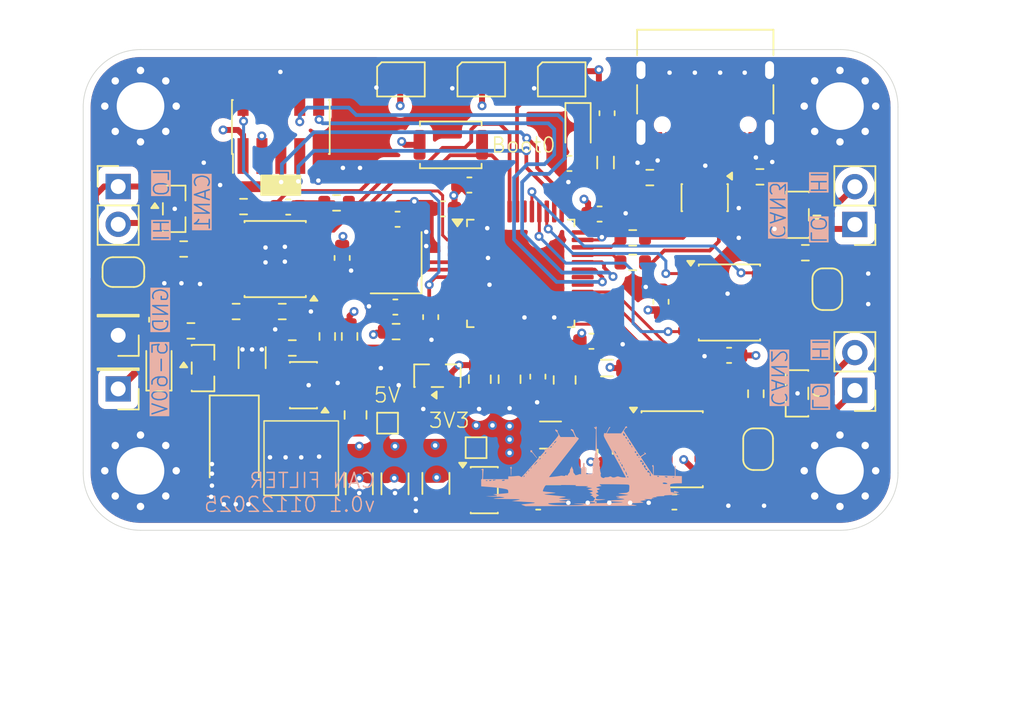
<source format=kicad_pcb>
(kicad_pcb (version 20241229) (generator "pcbnew") (generator_version "9.0")
  (layers (0 "F.Cu" signal) (4 "In1.Cu" signal) (6 "In2.Cu" signal) (2 "B.Cu" signal) (13 "F.Paste" user) (15 "B.Paste" user) (5 "F.SilkS" user "F.Silkscreen") (7 "B.SilkS" user "B.Silkscreen") (1 "F.Mask" user) (3 "B.Mask" user) (25 "Edge.Cuts" user))
  (net 0 "")
  (net 1 "GND")
  (net 2 "/5V")
  (net 3 "Net-(D101-A)")
  (net 4 "Net-(U101-BP)")
  (net 5 "/3V3")
  (net 6 "Net-(U102-PF0)")
  (net 7 "Net-(U102-PF1)")
  (net 8 "/RST")
  (net 9 "/VDDA")
  (net 10 "/12V")
  (net 11 "Net-(U201-CB)")
  (net 12 "Net-(C601-Pad1)")
  (net 13 "/USB/5V")
  (net 14 "/LED_CONTROL")
  (net 15 "Net-(D102-DOUT)")
  (net 16 "Net-(D104-DOUT)")
  (net 17 "/ADC_12V")
  (net 19 "/CAN1_H")
  (net 20 "/CAN1_L")
  (net 21 "/CAN2_H")
  (net 22 "/CAN2_L")
  (net 23 "/CAN3_L")
  (net 24 "/CAN3_H")
  (net 25 "/VIN")
  (net 26 "/UART1_TX")
  (net 27 "/UART1_RX")
  (net 28 "/SWD_CLK")
  (net 30 "/SWD_IO")
  (net 31 "Net-(J601-D--PadA7)")
  (net 32 "Net-(J601-CC1)")
  (net 34 "Net-(J601-CC2)")
  (net 35 "Net-(J601-D+-PadA6)")
  (net 37 "Net-(JP301-A)")
  (net 38 "Net-(JP401-A)")
  (net 39 "Net-(JP501-A)")
  (net 40 "/CAN1_RX")
  (net 41 "Net-(U201-~{SHDN})")
  (net 42 "Net-(U201-FB)")
  (net 43 "Net-(R603-Pad2)")
  (net 44 "Net-(R604-Pad2)")
  (net 45 "/CAN3_RX")
  (net 46 "/CAN2_TX")
  (net 47 "/CAN1_S")
  (net 53 "/CAN3_S")
  (net 56 "/CAN1_TX")
  (net 61 "/CAN2_RX")
  (net 66 "/CAN3_TX")
  (net 67 "/CAN2_S")
  (net 70 "/USB_N")
  (net 71 "/USB_P")
  (net 72 "/CAN1_IO")
  (net 73 "Net-(D202-K)")
  (footprint "MountingHole:MountingHole_3.2mm_M3_Pad_Via" (layer "F.Cu") (at 171 109.5)
    (property "Reference" "H104" (hide yes))
    (property "Value" "~")
  )
  (footprint "Resistor_SMD:R_0603_1608Metric" (layer "F.Cu") (at 141.175 100.15 180)
    (property "Reference" "R105" (hide yes))
    (property "Value" "10K")
  )
  (footprint "Resistor_SMD:R_0603_1608Metric" (layer "F.Cu") (at 168.675 94.85)
    (property "Reference" "R501" (hide yes))
    (property "Value" "120")
  )
  (footprint "Resistor_SMD:R_0603_1608Metric" (layer "F.Cu") (at 165.35 104.325 -90)
    (property "Reference" "R401" (hide yes))
    (property "Value" "120")
  )
  (footprint "MountingHole:MountingHole_3.2mm_M3_Pad_Via" (layer "F.Cu") (at 124 85)
    (property "Reference" "H101" (hide yes))
    (property "Value" "~")
  )
  (footprint "Jumper:SolderJumper-2_P1.3mm_Open_RoundedPad1.0x1.5mm" (layer "F.Cu") (at 170.15 97.3 -90)
    (property "Reference" "JP501" (hide yes))
    (property "Value" "SolderJumper_2_Open")
  )
  (footprint "Resistor_SMD:R_0603_1608Metric" (layer "F.Cu") (at 130.925 91.75)
    (property "Reference" "R106" (hide yes))
    (property "Value" "100K")
  )
  (footprint "Resistor_SMD:R_0603_1608Metric" (layer "F.Cu") (at 157.075 93.85)
    (property "Reference" "R604" (hide yes))
    (property "Value" "27")
  )
  (footprint "inductor:FNR5040S220MT" (layer "F.Cu") (at 137.299201 106.15 180)
    (property "Reference" "L201" (hide yes))
    (property "Value" "22uH")
  )
  (footprint "Capacitor_SMD:C_0603_1608Metric" (layer "F.Cu") (at 155.22 108.225 90)
    (property "Reference" "C401" (hide yes))
    (property "Value" "0.1uF")
  )
  (footprint "Capacitor_SMD:C_1206_3216Metric" (layer "F.Cu") (at 141.1 110.375 -90)
    (property "Reference" "C203" (hide yes))
    (property "Value" "10uF")
  )
  (footprint "Capacitor_SMD:C_0603_1608Metric" (layer "F.Cu") (at 152.825 88.85 180)
    (property "Reference" "C602" (hide yes))
    (property "Value" "0.1uF")
  )
  (footprint "Button_Switch_SMD:SW_Push_SPST_NO_Alps_SKRK" (layer "F.Cu") (at 144.85 87.6 180)
    (property "Reference" "SW101" (hide yes))
    (property "Value" "BOOT0")
  )
  (footprint "Capacitor_SMD:C_0603_1608Metric" (layer "F.Cu") (at 150.7 103.175 -90)
    (property "Reference" "C116" (hide yes))
    (property "Value" "0.1uF")
  )
  (footprint "Capacitor_SMD:C_1206_3216Metric" (layer "F.Cu") (at 151.525 109.5)
    (property "Reference" "C104" (hide yes))
    (property "Value" "10uF")
  )
  (footprint "Capacitor_SMD:C_1206_3216Metric" (layer "F.Cu") (at 131.5 101.9 90)
    (property "Reference" "C201" (hide yes))
    (property "Value" "10uF")
  )
  (footprint "MountingHole:MountingHole_3.2mm_M3_Pad_Via" (layer "F.Cu") (at 171 85)
    (property "Reference" "H103" (hide yes))
    (property "Value" "~")
  )
  (footprint "Inductor_SMD:L_0805_2012Metric" (layer "F.Cu") (at 155.25 88.7875 90)
    (property "Reference" "FB601" (hide yes))
    (property "Value" "BLM21PG221SN1D")
  )
  (footprint "Capacitor_SMD:C_0805_2012Metric" (layer "F.Cu") (at 152.5 103.4 -90)
    (property "Reference" "C115" (hide yes))
    (property "Value" "1uF")
  )
  (footprint "Capacitor_SMD:C_0603_1608Metric" (layer "F.Cu") (at 154.85 92.25)
    (property "Reference" "C108" (hide yes))
    (property "Value" "0.1uF")
  )
  (footprint "Connector_PinHeader_1.27mm:PinHeader_2x05_P1.27mm_Vertical_SMD" (layer "F.Cu") (at 133.43 86.4 90)
    (property "Reference" "J106" (hide yes))
    (property "Value" "SWD")
  )
  (footprint "Diode_SMD:D_SOD-323" (layer "F.Cu") (at 125.2375 102.5 90)
    (property "Reference" "D101" (hide yes))
    (property "Value" "BZT52C16S")
  )
  (footprint "Capacitor_SMD:C_0603_1608Metric" (layer "F.Cu") (at 137.55 95.2 -90)
    (property "Reference" "C301" (hide yes))
    (property "Value" "0.1uF")
  )
  (footprint "Capacitor_SMD:C_0603_1608Metric" (layer "F.Cu") (at 155.35 85.475 90)
    (property "Reference" "C601" (hide yes))
    (property "Value" "0.1uF")
  )
  (footprint "Package_QFP:LQFP-48_7x7mm_P0.5mm" (layer "F.Cu") (at 149.55 96.2375)
    (property "Reference" "U102" (hide yes))
    (property "Value" "STM32G474CBTx")
  )
  (footprint "Package_TO_SOT_SMD:SOT-23-6" (layer "F.Cu") (at 161.9125 91.15 -90)
    (property "Reference" "U601" (hide yes))
    (property "Value" "USBLC6-2SC6")
  )
  (footprint "Connector_PinHeader_2.54mm:PinHeader_1x01_P2.54mm_Vertical" (layer "F.Cu") (at 122.5 100.4 180)
    (property "Reference" "J105" (hide yes))
    (property "Value" "Gnd")
  )
  (footprint "Resistor_SMD:R_0603_1608Metric" (layer "F.Cu") (at 134.2 101.25)
    (property "Reference" "R201" (hide yes))
    (property "Value" "100K")
  )
  (footprint "Capacitor_SMD:C_0805_2012Metric" (layer "F.Cu") (at 146.8 103.35 -90)
    (property "Reference" "C110" (hide yes))
    (property "Value" "1uF")
  )
  (footprint "Capacitor_SMD:C_0603_1608Metric" (layer "F.Cu") (at 146.1 90.3)
    (property "Reference" "C113" (hide yes))
    (property "Value" "0.1uF")
  )
  (footprint "Crystal:Crystal_SMD_3225-4Pin_3.2x2.5mm" (layer "F.Cu") (at 141.176777 95.521142 90)
    (property "Reference" "Y101" (hide yes))
    (property "Value" "8Mhz")
  )
  (footprint "Package_SO:SOIC-8_3.9x4.9mm_P1.27mm" (layer "F.Cu") (at 159.725 108.055)
    (property "Reference" "U401" (hide yes))
    (property "Value" "TJA1051T-3")
  )
  (footprint "Capacitor_SMD:C_0603_1608Metric" (layer "F.Cu") (at 143.5 99.175 -90)
    (property "Reference" "C109" (hide yes))
    (property "Value" "0.1uF")
  )
  (footprint "Connector_USB:USB_C_Receptacle_XKB_U262-16XN-4BVC11" (layer "F.Cu") (at 161.95 83.65 180)
    (property "Reference" "J601" (hide yes))
    (property "Value" "USB_C_Receptacle_USB2.0")
  )
  (footprint "Resistor_SMD:R_0603_1608Metric" (layer "F.Cu") (at 158.225 89.8)
    (property "Reference" "R602" (hide yes))
    (property "Value" "5.1K")
  )
  (footprint "Capacitor_SMD:C_1206_3216Metric" (layer "F.Cu") (at 138.7 110.375 -90)
    (property "Reference" "C204" (hide yes))
    (property "Value" "10uF")
  )
  (footprint "Jumper:SolderJumper-2_P1.3mm_Open_RoundedPad1.0x1.5mm" (layer "F.Cu") (at 165.5 108.05 -90)
    (property "Reference" "JP401" (hide yes))
    (property "Value" "SolderJumper_2_Open")
  )
  (footprint "Jumper:SolderJumper-2_P1.3mm_Open_RoundedPad1.0x1.5mm" (layer "F.Cu") (at 122.85 96.15 180)
    (property "Reference" "JP301" (hide yes))
    (property "Value" "SolderJumper_2_Open")
  )
  (footprint "Resistor_SMD:R_0603_1608Metric" (layer "F.Cu") (at 127.3875 100.1)
    (property "Reference" "R101" (hide yes))
    (property "Value" "10K")
  )
  (footprint "LED_SMD:LED_WS2812B-2020_PLCC4_2.0x2.0mm" (layer "F.Cu") (at 146.9 83.2)
    (property "Reference" "D104" (hide yes))
    (property "Value" "WS2812B-2020")
  )
  (footprint "Resistor_SMD:R_0603_1608Metric" (layer "F.Cu") (at 130.425 98.8)
    (property "Reference" "R102" (hide yes))
    (property "Value" "10K")
  )
  (footprint "Resistor_SMD:R_0603_1608Metric" (layer "F.Cu") (at 136.55 100.475 90)
    (property "Reference" "R203" (hide yes))
    (property "Value" "10K")
  )
  (footprint "Package_TO_SOT_SMD:SOT-23-5" (layer "F.Cu") (at 147.1 110.8)
    (property "Reference" "U101" (hide yes))
    (property "Value" "LP2985-3.3")
  )
  (footprint "Package_TO_SOT_SMD:SOT-23" (layer "F.Cu") (at 168.15 92.3 180)
    (property "Reference" "D501" (hide yes))
    (property "Value" "NUP2105L")
  )
  (footprint "Capacitor_SMD:C_0603_1608Metric" (layer "F.Cu") (at 141.125 98.5)
    (property "Reference" "C106" (hide yes))
    (property "Value" "12pF")
  )
  (footprint "Connector_PinHeader_2.54mm:PinHeader_1x02_P2.54mm_Vertical" (layer "F.Cu") (at 172 104.1 180)
    (property "Reference" "J102" (hide yes))
    (property "Value" "CAN2")
  )
  (footprint "Capacitor_SMD:C_0603_1608Metric" (layer "F.Cu") (at 144.325 91.9 180)
    (property "Reference" "C114" (hide yes))
    (property "Value" "0.1uF")
  )
  (footprint "Connector_PinHeader_2.54mm:PinHeader_1x02_P2.54mm_Vertical" (layer "F.Cu") (at 122.5 90.4)
    (property "Reference" "J101" (hide yes))
    (property "Value" "CAN1")
  )
  (footprint "Capacitor_SMD:C_0805_2012Metric" (layer "F.Cu") (at 148.8 103.35 -90)
    (property "Reference" "C112" (hide yes))
    (property "Value" "0.1uF")
  )
  (footprint "Capacitor_SMD:C_0805_2012Metric" (layer "F.Cu") (at 138.45 105.75 -90)
    (property "Reference" "C202" (hide yes))
    (property "Value" "0.1uF")
  )
  (footprint "Package_TO_SOT_SMD:SOT-23" (layer "F.Cu") (at 168.1125 104.3 180)
    (property "Reference" "D401" (hide yes))
    (property "Value" "NUP2105L")
  )
  (footprint "Package_TO_SOT_SMD:SOT-23" (layer "F.Cu") (at 143.95 103.1125 90)
    (property "Reference" "D105" (hide yes))
    (property "Value" "BAT54S")
  )
  (footprint "Capacitor_SMD:C_0603_1608Metric" (layer "F.Cu") (at 154.3 100.8)
    (property "Reference" "C111" (hide yes))
    (property "Value" "0.1uF")
  )
  (footprint "Connector_PinHeader_2.54mm:PinHeader_1x01_P2.54mm_Vertical" (layer "F.Cu") (at 122.5 104 180)
    (property "Reference" "J104" (hide yes))
    (property "Value" "Vin")
  )
  (footprint "Capacitor_SMD:C_0603_1608Metric" (layer "F.Cu") (at 141.275 92.6 180)
    (property "Reference" "C105" (hide yes))
    (property "Value" "12pF")
  )
  (footprint "Resistor_SMD:R_0603_1608Metric" (layer "F.Cu") (at 165.625 89.75 180)
    (property "Reference" "R601" (hide yes))
    (property "Value" "5.1K")
  )
  (footprint "Inductor_SMD:L_0805_2012Metric" (layer "F.Cu") (at 155.3375 102.6 180)
    (property "Reference" "L101" (hide yes))
    (property "Value" "BLM21BD471SN1D")
  )
  (footprint "TestPoint:TestPoint_Pad_1.0x1.0mm" (layer "F.Cu") (at 146.55 107.95)
    (property "Reference" "TP102" (hide yes))
    (property "Value" "3V3")
  )
  (footprint "Package_SO:SOIC-8_3.9x4.9mm_P1.27mm" (layer "F.Cu") (at 133.05 95.275 180)
    (property "Reference" "U301" (hide yes))
    (property "Value" "TJA1051T-3")
  )
  (footprint "MountingHole:MountingHole_3.2mm_M3_Pad_Via" (layer "F.Cu") (at 124 109.5)
    (property "Reference" "H102" (hide yes))
    (property "Value" "~")
  )
  (footprint "Capacitor_SMD:C_0603_1608Metric" (layer "F.Cu") (at 163.55 101.745 180)
    (property "Reference" "C502" (hide yes))
    (property "Value" "0.1uF")
  )
  (footprint "Package_TO_SOT_SMD:SOT-23-6" (layer "F.Cu") (at 134.95 103.75 180)
    (property "Reference" "U201" (hide yes))
    (property "Value" "LMR16006Y")
  )
  (footprint "Capacitor_SMD:C_0603_1608Metric" (layer "F.Cu") (at 158.975 98.145 90)
    (property "Reference" "C501" (hide yes))
    (property "Value" "0.1uF")
  )
  (footprint "Package_TO_SOT_SMD:SOT-23" (layer "F.Cu") (at 128.2 102.6)
    (property "Reference" "Q101" (hide yes))
    (property "Value" "AO3401A")
  )
  (footprint "Capacitor_SMD:C_0603_1608Metric" (layer "F.Cu") (at 125.0875 99.35 90)
    (property "Reference" "C102" (hide yes))
    (property "Value" "10nF")
  )
  (footprint "Capacitor_SMD:C_0603_1608Metric" (layer "F.Cu") (at 159.875 111.6 180)
    (property "Reference" "C402" (hide yes))
    (property "Value" "0.1uF")
  )
  (footprint "Capacitor_SMD:C_1206_3216Metric" (layer "F.Cu") (at 143.85 110.35 -90)
    (property "Reference" "C101" (hide yes))
    (property "Value" "10uF")
  )
  (footprint "Diode_SMD:D_SOD-323" (layer "F.Cu") (at 153.4 86.4 -90)
    (property "Reference" "D107" (hide yes))
    (property "Value" "1N4148WS")
  )
  (footprint "Resistor_SMD:R_0603_1608Metric" (layer "F.Cu") (at 133.525 98.8)
    (property "Reference" "R103" (hide yes))
    (property "Value" "2K")
  )
  (footprint "Resistor_SMD:R_0603_1608Metric" (layer "F.Cu") (at 137.175 91.5)
    (property "Reference" "R104" (hide yes))
    (property "Value" "100K")
  )
  (footprint "Diode_SMD:D_SMA" (layer "F.Cu") (at 130.3 107.95 -90)
    (property "Reference" "D202" (hide yes))
    (property "Value" "SS14FL")
  )
  (footprint "Resistor_SMD:R_0603_1608Metric" (layer "F.Cu") (at 138.05 100.475 -90)
    (property "Reference" "R202" (hide yes))
    (property "Value" "54.9K")
  )
  (footprint "LED_SMD:LED_WS2812B-2020_PLCC4_2.0x2.0mm" (layer "F.Cu") (at 152.3 83.2)
    (property "Reference" "D102" (hide yes))
    (property "Value" "WS2812B-2020")
  )
  (footprint "Capacitor_SMD:C_0603_1608Metric" (layer "F.Cu") (at 133.925 91.78)
    (property "Reference" "C302" (hide yes))
    (property "Value" "0.1uF")
  )
  (footprint "Connector_PinHeader_2.54mm:PinHeader_1x02_P2.54mm_Vertical" (layer "F.Cu") (at 172 92.95 180)
    (property "Reference" "J103" (hide yes))
    (property "Value" "CAN3")
  )
  (footprint "TestPoint:TestPoint_Pad_1.0x1.0mm" (layer "F.Cu") (at 140.6 106.3 -90)
    (property "Reference" "TP101" (hide yes))
    (property "Value" "5V")
  )
  (footprint "Capacitor_SMD:C_0603_1608Metric" (layer "F.Cu") (at 150.725 111.6)
    (property "Reference" "C103" (hide yes))
    (property "Value" "10nF")
  )
  (footprint "Resistor_SMD:R_0603_1608Metric" (layer "F.Cu") (at 126.9 94.6 180)
    (property "Reference" "R301" (hide yes))
    (property "Value" "120")
  )
  (footprint "Package_SO:SOIC-8_3.9x4.9mm_P1.27mm" (layer "F.Cu") (at 163.575 98.195)
    (property "Reference" "U501" (hide yes))
    (property "Value" "TJA1051T-3")
  )
  (footprint "LED_SMD:LED_WS2812B-2020_PLCC4_2.0x2.0mm" (layer "F.Cu") (at 141.5 83.2)
    (property "Reference" "D106" (hide yes))
    (property "Value" "WS2812B-2020")
  )
  (footprint "Resistor_SMD:R_0603_1608Metric" (layer "F.Cu") (at 157.075 95.5)
    (property "Reference" "R603" (hide yes))
    (property "Value" "27")
  )
  (footprint "Capacitor_SMD:C_1206_3216Metric" (layer "F.Cu") (at 151.55 107.1)
    (property "Reference" "C107" (hide yes))
    (property "Value" "10uF")
  )
  (footprint "Package_TO_SOT_SMD:SOT-23" (layer "F.Cu") (at 126.2625 91.9)
    (property "Reference" "D301" (hide yes))
    (property "Value" "NUP2105L")
  )
  (footprint "logo:logo_15x9" (layer "B.Cu") (at 154 108.9 180)
    (property "Reference" "LOGO101" (hide yes))
    (property "Value" "~" (hide yes))
  )
  (gr_rect (start 132.1 89.65) (end 134.75 90.9775) (stroke (width 0.1)) (fill yes) (layer "F.SilkS"))
  (gr_arc (start 120.15 85.05) (mid 121.277639 82.327639) (end 124 81.2) (stroke (width 0.05)) (layer "Edge.Cuts"))
  (gr_arc (start 171.05 81.2) (mid 173.772361 82.327639) (end 174.9 85.05) (stroke (width 0.05)) (layer "Edge.Cuts"))
  (gr_line (start 174.9 85.05) (end 174.9 109.65) (stroke (width 0.05)) (layer "Edge.Cuts"))
  (gr_line (start 124 81.2) (end 171.05 81.2) (stroke (width 0.05)) (layer "Edge.Cuts"))
  (gr_arc (start 124 113.5) (mid 121.277639 112.372361) (end 120.15 109.65) (stroke (width 0.05)) (layer "Edge.Cuts"))
  (gr_arc (start 174.9 109.65) (mid 173.772361 112.372361) (end 171.05 113.5) (stroke (width 0.05)) (layer "Edge.Cuts"))
  (gr_line (start 171.05 113.5) (end 124 113.5) (stroke (width 0.05)) (layer "Edge.Cuts"))
  (gr_line (start 120.15 109.65) (end 120.15 85.05) (stroke (width 0.05)) (layer "Edge.Cuts"))
  (gr_text "Boot0" (at 147.5 88.2 0) (layer "F.SilkS") (effects (font (size 1 1) (thickness 0.1)) (justify left bottom)))
  (gr_text "5V" (at 139.6 105 0) (layer "F.SilkS") (effects (font (size 1 1) (thickness 0.1)) (justify left bottom)))
  (gr_text "3V3" (at 143.3 106.7 0) (layer "F.SilkS") (effects (font (size 1 1) (thickness 0.1)) (justify left bottom)))
  (gr_text "HI" (at 126 92.5 90) (layer "B.SilkS" knockout) (effects (font (size 1 1) (thickness 0.1)) (justify left bottom mirror)))
  (gr_text "CAN3" (at 166.2 94 270) (layer "B.SilkS" knockout) (effects (font (size 1 1) (thickness 0.1)) (justify left bottom mirror)))
  (gr_text "CAN1" (at 128.75 89.45 90) (layer "B.SilkS" knockout) (effects (font (size 1 1) (thickness 0.1)) (justify left bottom mirror)))
  (gr_text "LO" (at 169.05 105.55 270) (layer "B.SilkS" knockout) (effects (font (size 1 1) (thickness 0.1)) (justify left bottom mirror)))
  (gr_text "GND" (at 125.95 97.1 90) (layer "B.SilkS" knockout) (effects (font (size 1 1) (thickness 0.1)) (justify left bottom mirror)))
  (gr_text "HI" (at 168.95 90.95 270) (layer "B.SilkS" knockout) (effects (font (size 1 1) (thickness 0.1)) (justify left bottom mirror)))
  (gr_text "CAN2" (at 166.3 105.25 270) (layer "B.SilkS" knockout) (effects (font (size 1 1) (thickness 0.1)) (justify left bottom mirror)))
  (gr_text "LO" (at 168.95 94.3 270) (layer "B.SilkS" knockout) (effects (font (size 1 1) (thickness 0.1)) (justify left bottom mirror)))
  (gr_text "CAN FILTER\nv0.1 01122025" (at 139.85 112.35 0) (layer "B.SilkS") (effects (font (size 1 1) (thickness 0.1)) (justify left bottom mirror)))
  (gr_text "HI" (at 169.05 102.2 270) (layer "B.SilkS" knockout) (effects (font (size 1 1) (thickness 0.1)) (justify left bottom mirror)))
  (gr_text "LO" (at 126 89.15 90) (layer "B.SilkS" knockout) (effects (font (size 1 1) (thickness 0.1)) (justify left bottom mirror)))
  (gr_text "5-60V" (at 125.9 100.75 90) (layer "B.SilkS" knockout) (effects (font (size 1 1) (thickness 0.1)) (justify left bottom mirror)))
  (segment (start 146.8 104.3) (end 146.8 105.3) (width 0.4) (layer "F.Cu") (net 1))
  (segment (start 159.1 111.6) (end 158.2 111.6) (width 0.4) (layer "F.Cu") (net 1))
  (segment (start 137.1 103.75) (end 137.25 103.6) (width 0.5) (layer "F.Cu") (net 1))
  (segment (start 135.525 95.91) (end 137.485 95.91) (width 0.4) (layer "F.Cu") (net 1))
  (segment (start 165.3 88.4) (end 165.35 88.45) (width 0.2) (layer "F.Cu") (net 1))
  (segment (start 140.326777 98.476777) (end 140.35 98.5) (width 0.25) (layer "F.Cu") (net 1))
  (segment (start 142.05 91.75) (end 142.4 91.4) (width 0.25) (layer "F.Cu") (net 1))
  (segment (start 152.05 88.85) (end 152.05 89.4) (width 0.4) (layer "F.Cu") (net 1))
  (segment (start 150.7 104.85) (end 150.65 104.9) (width 0.4) (layer "F.Cu") (net 1))
  (segment (start 132.15 101.075) (end 131.5 100.425) (width 0.4) (layer "F.Cu") (net 1))
  (segment (start 147.3 92.075) (end 147.3 90.725) (width 0.25) (layer "F.Cu") (net 1))
  (segment (start 146.875 90.3) (end 146.95 90.3) (width 0.25) (layer "F.Cu") (net 1))
  (segment (start 158.975 97.37) (end 158.17 97.37) (width 0.4) (layer "F.Cu") (net 1))
  (segment (start 143.5 100.65) (end 143.55 100.7) (width 0.25) (layer "F.Cu") (net 1))
  (segment (start 158.9 87.32) (end 158.9 88.5) (width 0.2) (layer "F.Cu") (net 1))
  (segment (start 158.6 87.32) (end 158.6 88.5) (width 0.2) (layer "F.Cu") (net 1))
  (segment (start 152.05 89.4) (end 152.75 90.1) (width 0.4) (layer "F.Cu") (net 1))
  (segment (start 155.625 92.25) (end 156.55 92.25) (width 0.2) (layer "F.Cu") (net 1))
  (segment (start 162.775 101.745) (end 161.955 101.745) (width 0.4) (layer "F.Cu") (net 1))
  (segment (start 143.178858 94.421142) (end 143.2 94.4) (width 0.25) (layer "F.Cu") (net 1))
  (segment (start 153 107.125) (end 153.025 107.1) (width 0.4) (layer "F.Cu") (net 1))
  (segment (start 135.97 89.98) (end 135.95 90) (width 0.4) (layer "F.Cu") (net 1))
  (segment (start 136.0875 103.75) (end 135.3 103.75) (width 0.5) (layer "F.Cu") (net 1))
  (segment (start 156.2 100.8) (end 156.4 101) (width 0.4) (layer "F.Cu") (net 1))
  (segment (start 152.5 104.35) (end 151.1 104.35) (width 0.4) (layer "F.Cu") (net 1))
  (segment (start 150.5 83.75) (end 150.45 83.8) (width 0.25) (layer "F.Cu") (net 1))
  (segment (start 153 109.5) (end 153 107.125) (width 0.4) (layer "F.Cu") (net 1))
  (segment (start 161.1 97.56) (end 159.165 97.56) (width 0.4) (layer "F.Cu") (net 1))
  (segment (start 147.3 92.075) (end 147.3 93.2) (width 0.2) (layer "F.Cu") (net 1))
  (segment (start 140.585 83.75) (end 139.85 83.75) (width 0.25) (layer "F.Cu") (net 1))
  (segment (start 167.2125 92.3) (end 167.2125 92.6375) (width 0.4) (layer "F.Cu") (net 1))
  (segment (start 156.55 92.25) (end 156.6 92.2) (width 0.2) (layer "F.Cu") (net 1))
  (segment (start 148.8 104.3) (end 148.8 105.3) (width 0.4) (layer "F.Cu") (net 1))
  (segment (start 142.9 91.9) (end 142.4 91.4) (width 0.25) (layer "F.Cu") (net 1))
  (segment (start 142.026777 94.421142) (end 143.178858 94.421142) (width 0.25) (layer "F.Cu") (net 1))
  (segment (start 142.026777 92.623223) (end 142.05 92.6) (width 0.25) (layer "F.Cu") (net 1))
  (segment (start 151.8 100.4) (end 151.8 99.2) (width 0.2) (layer "F.Cu") (net 1))
  (segment (start 165 88.1) (end 165.35 88.45) (width 0.2) (layer "F.Cu") (net 1))
  (segment (start 138.075 95.975) (end 138.15 96.05) (width 0.4) (layer "F.Cu") (net 1))
  (segment (start 145.985 83.75) (end 145 83.75) (width 0.25) (layer "F.Cu") (net 1))
  (segment (start 145.9625 110.8) (end 144.875 110.8) (width 0.4) (layer "F.Cu") (net 1))
  (segment (start 135.525 95.91) (end 134.16 95.91) (width 0.4) (layer "F.Cu") (net 1))
  (segment (start 161.9125 90.0125) (end 161.9125 89.0375) (width 0.25) (layer "F.Cu") (net 1))
  (segment (start 157.25 107.42) (end 155.25 107.42) (width 0.4) (layer "F.Cu") (net 1))
  (segment (start 149.8 100.4) (end 149.8 99.2) (width 0.2) (layer "F.Cu") (net 1))
  (segment (start 133.43 82.73) (end 133.4 82.7) (width 0.4) (layer "F.Cu") (net 1))
  (segment (start 154.8125 93.9875) (end 155 93.8) (width 0.2) (layer "F.Cu") (net 1))
  (segment (start 130.85 101.075) (end 131.5 100.425) (width 0.4) (layer "F.Cu") (net 1))
  (segment (start 158.6 88.5) (end 158.75 88.65) (width 0.2) (layer "F.Cu") (net 1))
  (segment (start 130.85 101.35) (end 130.85 101.075) (width 0.4) (layer "F.Cu") (net 1))
  (segment (start 158.2 111.6) (end 158.15 111.65) (width 0.4) (layer "F.Cu") (net 1))
  (segment (start 143 104.05) (end 143 105.35) (width 0.4) (layer "F.Cu") (net 1))
  (segment (start 158.9 88.5) (end 158.75 88.65) (width 0.2) (layer "F.Cu") (net 1))
  (segment (start 161.955 101.745) (end 161.9 101.8) (width 0.4) (layer "F.Cu") (net 1))
  (segment (start 167.2125 92.6375) (end 166.6 93.25) (width 0.4) (layer "F.Cu") (net 1))
  (segment (start 131.5 100.425) (end 131.5 101.35) (width 0.4) (layer "F.Cu") (net 1))
  (segment (start 151.385 83.75) (end 150.5 83.75) (width 0.25) (layer "F.Cu") (net 1))
  (segment (start 132.05 100.05) (end 133 100.05) (width 0.4) (layer "F.Cu") (net 1))
  (segment (start 144.875 110.8) (end 143.85 111.825) (width 0.4) (layer "F.Cu") (net 1))
  (segment (start 142.026777 94.421142) (end 142.026777 92.623223) (width 0.25) (layer "F.Cu") (net 1))
  (segment (start 140.326777 96.621142) (end 140.326777 98.476777) (width 0.25) (layer "F.Cu") (net 1))
  (segment (start 133.43 84.45) (end 133.43 82.73) (width 0.4) (layer "F.Cu") (net 1))
  (segment (start 127.2 91.9) (end 126.3 91.9) (width 0.4) (layer "F.Cu") (net 1))
  (segment (start 166.45 89.75) (end 166.45 88.75) (width 0.2) (layer "F.Cu") (net 1))
  (segment (start 140.35 98.5) (end 139.4 98.5) (width 0.25) (layer "F.Cu") (net 1))
  (segment (start 153.7125 93.9875) (end 154.8125 93.9875) (width 0.2) (layer "F.Cu") (net 1))
  (segment (start 150.7 103.95) (end 150.7 104.85) (width 0.4) (layer "F.Cu") (net 1))
  (segment (start 161.9125 89.0375) (end 161.95 89) (width 0.25) (layer "F.Cu") (net 1))
  (segment (start 143.5 99.95) (end 143.5 100.65) (width 0.25) (layer "F.Cu") (net 1))
  (segment (start 147.3 90.725) (end 146.875 90.3) (width 0.25) (layer "F.Cu") (net 1))
  (segment (start 165 87.32) (end 165 88.1) (width 0.2) (layer "F.Cu") (net 1))
  (segment (start 157.4 89.8) (end 157.4 88.8) (width 0.2) (layer "F.Cu") (net 1))
  (segment (start 134.35 98.8) (end 135.45 98.8) (width 0.4) (layer "F.Cu") (net 1))
  (segment (start 131.5 100.425) (end 131.575 100.425) (width 0.4) (layer "F.Cu") (net 1))
  (segment (start 132.15 101.35) (end 132.15 101.075) (width 0.4) (layer "F.Cu") (net 1))
  (segment (start 143.55 91.9) (end 142.9 91.9) (width 0.25) (layer "F.Cu") (net 1))
  (segment (start 146.8 105.3) (end 146.75 105.35) (width 0.4) (layer "F.Cu") (net 1))
  (segment (start 167.175 104.3) (end 168.15 104.3) (width 0.4) (layer "F.Cu") (net 1))
  (segment (start 159.165 97.56) (end 158.975 97.37) (width 0.4) (layer "F.Cu") (net 1))
  (segment (start 142.05 92.6) (end 142.05 91.75) (width 0.25) (layer "F.Cu") (net 1))
  (segment (start 136.0875 103.75) (end 137.1 103.75) (width 0.5) (layer "F.Cu") (net 1))
  (segment (start 135.97 88.35) (end 135.97 89.98) (width 0.4) (layer "F.Cu") (net 1))
  (segment (start 151.1 104.35) (end 150.7 103.95) (width 0.4) (layer "F.Cu") (net 1))
  (segment (start 137.485 95.91) (end 137.55 95.975) (width 0.4) (layer "F.Cu") (net 1))
  (segment (start 165.3 87.32) (end 165.3 88.4) (width 0.2) (layer "F.Cu") (net 1))
  (segment (start 158.17 97.37) (end 157.95 97.15) (width 0.4) (layer "F.Cu") (net 1))
  (segment (start 137.55 95.975) (end 138.075 95.975) (width 0.4) (layer "F.Cu") (net 1))
  (segment (start 145 83.75) (end 144.95 83.8) (width 0.25) (layer "F.Cu") (net 1))
  (segment (start 134.16 95.91) (end 133.7 95.45) (width 0.4) (layer "F.Cu") (net 1))
  (segment (start 155.075 100.8) (end 156.2 100.8) (width 0.4) (layer "F.Cu") (net 1))
  (segment (start 133 100.05) (end 133.05 100) (width 0.4) (layer "F.Cu") (net 1))
  (segment (start 139.4 98.5) (end 139.35 98.45) (width 0.25) (layer "F.Cu") (net 1))
  (via (at 163.5 111.85) (size 0.6) (drill 0.3) (layers "F.Cu" "B.Cu") (net 1))
  (via (at 135.95 90) (size 0.6) (drill 0.3) (layers "F.Cu" "B.Cu") (net 1))
  (via (at 138.75 89.15) (size 0.6) (drill 0.3) (layers "F.Cu" "B.Cu") (net 1))
  (via (at 155 93.8) (size 0.6) (drill 0.3) (layers "F.Cu" "B.Cu") (net 1))
  (via (at 162.95 82.75) (size 0.6) (drill 0.3) (layers "F.Cu" "B.Cu") (net 1))
  (via (at 133.05 100) (size 0.6) (drill 0.3) (layers "F.Cu" "B.Cu") (net 1))
  (via (at 147.35 95.2) (size 0.6) (drill 0.3) (layers "F.Cu" "B.Cu") (net 1))
  (via (at 133.75 108.6) (size 0.6) (drill 0.3) (layers "F.Cu" "B.Cu") (net 1))
  (via (at 161.95 89) (size 0.6) (drill 0.3) (layers "F.Cu" "B.Cu") (net 1))
  (via (at 146.75 105.35) (size 0.6) (drill 0.3) (layers "F.Cu" "B.Cu") (net 1))
  (via (at 139.35 98.45) (size 0.6) (drill 0.3) (layers "F.Cu" "B.Cu") (net 1))
  (via (at 140.15 102.6) (size 0.6) (drill 0.3) (layers "F.Cu" "B.Cu") (net 1))
  (via (at 148.8 105.3) (size 0.6) (drill 0.3) (layers "F.Cu" "B.Cu") (net 1))
  (via (at 141.35 103.75) (size 0.6) (drill 0.3) (layers "F.Cu" "B.Cu") (net 1))
  (via (at 166.6 93.25) (size 0.6) (drill 0.3) (layers "F.Cu" "B.Cu") (net 1))
  (via (at 138.15 96.05) (size 0.6) (drill 0.3) (layers "F.Cu" "B.Cu") (net 1))
  (via (at 142.4 91.4) (size 0.6) (drill 0.3) (layers "F.Cu" "B.Cu") (net 1))
  (via (at 132.15 101.35) (size 0.6) (drill 0.3) (layers "F.Cu" "B.Cu") (net 1))
  (via (at 172.9 98.3) (size 0.6) (drill 0.3) (layers "F.Cu" "B.Cu") (net 1))
  (via (at 130.85 101.35) (size 0.6) (drill 0.3) (layers "F.Cu" "B.Cu") (net 1))
  (via (at 139.85 83.75) (size 0.6) (drill 0.3) (layers "F.Cu" "B.Cu") (net 1))
  (via (at 133.4 82.7) (size 0.6) (drill 0.3) (layers "F.Cu" "B.Cu") (net 1))
  (via (at 159.55 82.75) (size 0.6) (drill 0.3) (layers "F.Cu" "B.Cu") (net 1))
  (via (at 126.3 91.9) (size 0.6) (drill 0.3) (layers "F.Cu" "B.Cu") (net 1))
  (via (at 164.2 93.85) (size 0.6) (drill 0.3) (layers "F.Cu" "B.Cu") (net 1))
  (via (at 131.25 111.75) (size 0.6) (drill 0.3) (layers "F.Cu" "B.Cu") (net 1))
  (via (at 128.25 88.8) (size 0.6) (drill 0.3) (layers "F.Cu" "B.Cu") (net 1))
  (via (at 161.9 101.8) (size 0.6) (drill 0.3) (layers "F.Cu" "B.Cu") (net 1))
  (via (at 129.35 90.3) (size 0.6) (drill 0.3) (layers "F.Cu" "B.Cu") (net 1))
  (via (at 125.6 96.9) (size 0.6) (drill 0.3) (layers "F.Cu" "B.Cu") (net 1))
  (via (at 152.75 111.65) (size 0.6) (drill 0.3) (layers "F.Cu" "B.Cu") (net 1))
  (via (at 133.7 95.45) (size 0.6) (drill 0.3) (layers "F.Cu" "B.Cu") (net 1))
  (via (at 143.2 94.4) (size 0.6) (drill 0.3) (layers "F.Cu" "B.Cu") (net 1))
  (via (at 133.7 94.45) (size 0.6) (drill 0.3) (layers "F.Cu" "B.Cu") (net 1))
  (via (at 166.45 88.75) (size 0.6) (drill 0.3) (layers "F.Cu" "B.Cu") (net 1))
  (via (at 132.4 95.5) (size 0.6) (drill 0.3) (layers "F.Cu" "B.Cu") (net 1))
  (via (at 156.9 111.65) (size 0.6) (drill 0.3) (layers "F.Cu" "B.Cu") (net 1))
  (via (at 142.5 111.4) (size 0.6) (drill 0.3) (layers "F.Cu" "B.Cu") (net 1))
  (via (at 137.25 103.6) (size 0.6) (drill 0.3) (layers "F.Cu" "B.Cu") (net 1))
  (via (at 156.4 101) (size 0.6) (drill 0.3) (layers "F.Cu" "B.Cu") (net 1))
  (via (at 135.3 103.75) (size 0.6) (drill 0.3) (layers "F.Cu" "B.Cu") (net 1))
  (via (at 165.9 111.85) (size 0.6) (drill 0.3) (layers "F.Cu" "B.Cu") (net 1))
  (via (at 132.4 94.5) (size 0.6) (drill 0.3) (layers "F.Cu" "B.Cu") (net 1))
  (via (at 136 108.55) (size 0.6) (drill 0.3) (layers "F.Cu" "B.Cu") (net 1))
  (via (at 155.5 111.65) (size 0.6) (drill 0.3) (layers "F.Cu" "B.Cu") (net 1))
  (via (at 156.6 92.2) (size 0.6) (drill 0.3) (layers "F.Cu" "B.Cu") (net 1))
  (via (at 144.95 83.8) (size 0.6) (drill 0.3) (layers "F.Cu" "B.Cu") (net 1))
  (via (at 152.75 90.1) (size 0.6) (drill 0.3) (layers "F.Cu" "B.Cu") (net 1))
  (via (at 147.45 97) (size 0.6) (drill 0.3) (layers "F.Cu" "B.Cu") (net 1))
  (via (at 151.8 99.2) (size 0.6) (drill 0.3) (layers "F.Cu" "B.Cu") (net 1))
  (via (at 132.7 108.6) (size 0.6) (drill 0.3) (layers "F.Cu" "B.Cu") (net 1))
  (via (at 157.95 97.15) (size 0.6) (drill 0.3) (layers "F.Cu" "B.Cu") (net 1))
  (via (at 135.45 98.8) (size 0.6) (drill 0.3) (layers "F.Cu" "B.Cu") (net 1))
  (via (at 163.45 97.6) (size 0.6) (drill 0.3) (layers "F.Cu" "B.Cu") (net 1))
  (via (at 158.15 111.65) (size 0.6) (drill 0.3) (layers "F.Cu" "B.Cu") (net 1))
  (via (at 164.2 91.85) (size 0.6) (drill 0.3) (layers "F.Cu" "B.Cu") (net 1))
  (via (at 128 96.95) (size 0.6) (drill 0.3) (layers "F.Cu" "B.Cu") (net 1))
  (via (at 149.8 99.2) (size 0.6) (drill 0.3) (layers "F.Cu" "B.Cu") (net 1))
  (via (at 165.35 88.45) (size 0.6) (drill 0.3) (layers "F.Cu" "B.Cu") (net 1))
  (via (at 126.75 96.9) (size 0.6) (drill 0.3) (layers "F.Cu" "B.Cu") (net 1))
  (via (at 168.15 104.3) (size 0.6) (drill 0.3) (layers "F.Cu" "B.Cu") (net 1))
  (via (at 138.7 111) (size 0.6) (drill 0.3) (layers "F.Cu" "B.Cu") (net 1))
  (via (at 172.9 96.25) (size 0.6) (drill 0.3) (layers "F.Cu" "B.Cu") (net 1))
  (via (at 143.2 93.45) (size 0.6) (drill 0.3) (layers "F.Cu" "B.Cu") (net 1))
  (via (at 131.5 101.35) (size 0.6) (drill 0.3) (layers "F.Cu" "B.Cu") (net 1))
  (via (at 128.75 111.25) (size 0.6) (drill 0.3) (layers "F.Cu" "B.Cu") (net 1))
  (via (at 158.75 88.65) (size 0.6) (drill 0.3) (layers "F.Cu" "B.Cu") (net 1))
  (via (at 134.8 108.6) (size 0.6) (drill 0.3) (layers "F.Cu" "B.Cu") (net 1))
  (via (at 164.6 82.75) (size 0.6) (drill 0.3) (layers "F.Cu" "B.Cu") (net 1))
  (via (at 143.55 100.7) (size 0.6) (drill 0.3) (layers "F.Cu" "B.Cu") (net 1))
  (via (at 150.65 104.9) (size 0.6) (drill 0.3) (layers "F.Cu" "B.Cu") (net 1))
  (via (at 142.5 112.2) (size 0.6) (drill 0.3) (layers "F.Cu" "B.Cu") (net 1))
  (via (at 157.4 88.8) (size 0.6) (drill 0.3) (layers "F.Cu" "B.Cu") (net 1))
  (via (at 128.8 109.05) (size 0.6) (drill 0.3) (layers "F.Cu" "B.Cu") (net 1))
  (via (at 147.3 93.2) (size 0.6) (drill 0.3) (layers "F.Cu" "B.Cu") (net 1))
  (via (at 143 105.35) (size 0.6) (drill 0.3) (layers "F.Cu" "B.Cu") (net 1))
  (via (at 154.05 111.65) (size 0.6) (drill 0.3) (layers "F.Cu" "B.Cu") (net 1))
  (via (at 129.6 111.75) (size 0.6) (drill 0.3) (layers "F.Cu" "B.Cu") (net 1))
  (via (at 150.45 83.8) (size 0.6) (drill 0.3) (layers "F.Cu" "B.Cu") (net 1))
  (via (at 141.1 111) (size 0.6) (drill 0.3) (layers "F.Cu" "B.Cu") (net 1))
  (via (at 137.6 89.15) (size 0.6) (drill 0.3) (layers "F.Cu" "B.Cu") (net 1))
  (via (at 161.25 82.75) (size 0.6) (drill 0.3) (layers "F.Cu" "B.Cu") (net 1))
  (via (at 128.8 109.7) (size 0.6) (drill 0.3) (layers "F.Cu" "B.Cu") (net 1))
  (via (at 128.8 110.5) (size 0.6) (drill 0.3) (layers "F.Cu" "B.Cu") (net 1))
  (via (at 130.4 111.75) (size 0.6) (drill 0.3) (layers "F.Cu" "B.Cu") (net 1))
  (segment (start 137.6 93.75) (end 137.6 94.375) (width 0.4) (layer "F.Cu") (net 2))
  (segment (start 161.1 98.83) (end 159.065 98.83) (width 0.4) (layer "F.Cu") (net 2))
  (segment (start 141.1 108.9) (end 141.1 107.85) (width 0.4) (layer "F.Cu") (net 2))
  (segment (start 146.9 109.85) (end 145.9625 109.85) (width 0.2) (layer "F.Cu") (net 2))
  (segment (start 154.8 83.650001) (end 154.8 82.55) (width 0.4) (layer "F.Cu") (net 2))
  (segment (start 130.89 88.35) (end 130.89 86.94) (width 0.4) (layer "F.Cu") (net 2))
  (segment (start 137.6 94.375) (end 137.55 94.425) (width 0.4) (layer "F.Cu") (net 2))
  (segment (start 130.89 86.94) (end 130.55 86.6) (width 0.4) (layer "F.Cu") (net 2))
  (segment (start 142.415 82.65) (end 141.85 82.65) (width 0.4) (layer "F.Cu") (net 2))
  (segment (start 138.7 108.9) (end 138.7 107.85) (width 0.4) (layer "F.Cu") (net 2))
  (segment (start 153.4 85.35) (end 153.4 85.050001) (width 0.4) (layer "F.Cu") (net 2))
  (segment (start 157.25 108.69) (end 155.53 108.69) (width 0.4) (layer "F.Cu") (net 2))
  (segment (start 138.05 99.65) (end 138.05 99.099) (width 0.4) (layer "F.Cu") (net 2))
  (segment (start 154.25 108.9) (end 155.12 108.9) (width 0.5) (layer "F.Cu") (net 2))
  (segment (start 135.525 94.64) (end 137.335 94.64) (width 0.4) (layer "F.Cu") (net 2))
  (segment (start 130.55 86.6) (end 129.55 86.6) (width 0.4) (layer "F.Cu") (net 2))
  (segment (start 158.755 98.7) (end 158.975 98.92) (width 0.5) (layer "F.Cu") (net 2))
  (segment (start 141.45 83.05) (end 141.45 84.975) (width 0.4) (layer "F.Cu") (net 2))
  (segment (start 153.215 82.65) (end 154.7 82.65) (width 0.4) (layer "F.Cu") (net 2))
  (segment (start 159.065 98.83) (end 158.975 98.92) (width 0.4) (layer "F.Cu") (net 2))
  (segment (start 143.85 108.875) (end 143.85 107.85) (width 0.4) (layer "F.Cu") (net 2))
  (segment (start 138.7 108.9) (end 138.7 110) (width 0.4) (layer "F.Cu") (net 2))
  (segment (start 138.05 99.099) (end 138.349 98.8) (width 0.4) (layer "F.Cu") (net 2))
  (segment (start 145.9625 109.85) (end 144.825 109.85) (width 0.4) (layer "F.Cu") (net 2))
  (segment (start 153.4 85.050001) (end 154.8 83.650001) (width 0.4) (layer "F.Cu") (net 2))
  (segment (start 147.3 82.65) (end 146.95 83) (width 0.4) (layer "F.Cu") (net 2))
  (segment (start 140.6 106.3) (end 140.6 107.35) (width 0.25) (layer "F.Cu") (net 2))
  (segment (start 146.95 83) (end 146.95 84.975) (width 0.4) (layer "F.Cu") (net 2))
  (segment (start 147.2 110.15) (end 146.9 109.85) (width 0.2) (layer "F.Cu") (net 2))
  (segment (start 155.12 108.9) (end 155.22 109) (width 0.5) (layer "F.Cu") (net 2))
  (segment (start 145.9625 111.75) (end 146.95 111.75) (width 0.2) (layer "F.Cu") (net 2))
  (segment (start 143.85 107.85) (end 143.8 107.8) (width 0.4) (layer "F.Cu") (net 2))
  (segment (start 141.85 82.65) (end 141.45 83.05) (width 0.4) (layer "F.Cu") (net 2))
  (segment (start 146.95 111.75) (end 147.2 111.5) (width 0.2) (layer "F.Cu") (net 2))
  (segment (start 158.1 98.7) (end 158.755 98.7) (width 0.5) (layer "F.Cu") (net 2))
  (segment (start 147.815 82.65) (end 147.3 82.65) (width 0.4) (layer "F.Cu") (net 2))
  (segment (start 144.825 109.85) (end 143.85 108.875) (width 0.4) (layer "F.Cu") (net 2))
  (segment (start 137.335 94.64) (end 137.55 94.425) (width 0.4) (layer "F.Cu") (net 2))
  (segment (start 140.6 107.35) (end 141.1 107.85) (width 0.25) (layer "F.Cu") (net 2))
  (segment (start 154.7 82.65) (end 154.8 82.55) (width 0.4) (layer "F.Cu") (net 2))
  (segment (start 147.2 111.5) (end 147.2 110.15) (width 0.2) (layer "F.Cu") (net 2))
  (via (at 141.05 110) (size 0.6) (drill 0.3) (layers "F.Cu" "B.Cu") (net 2))
  (via (at 146.95 84.975) (size 0.6) (drill 0.3) (layers "F.Cu" "B.Cu") (net 2))
  (via (at 141.45 84.975) (size 0.6) (drill 0.3) (layers "F.Cu" "B.Cu") (net 2))
  (via (at 141.1 107.85) (size 0.6) (drill 0.3) (layers "F.Cu" "B.Cu") (net 2))
  (via (at 143.8 107.8) (size 0.6) (drill 0.3) (layers "F.Cu" "B.Cu") (net 2))
  (via (at 158.1 98.7) (size 0.6) (drill 0.3) (layers "F.Cu" "B.Cu") (net 2))
  (via (at 138.7 107.85) (size 0.6) (drill 0.3) (layers "F.Cu" "B.Cu") (net 2))
  (via (at 143.9 109.95) (size 0.6) (drill 0.3) (layers "F.Cu" "B.Cu") (net 2))
  (via (at 138.7 110) (size 0.6) (drill 0.3) (layers "F.Cu" "B.Cu") (net 2))
  (via (at 154.8 82.55) (size 0.6) (drill 0.3) (layers "F.Cu" "B.Cu") (net 2))
  (via (at 137.6 93.75) (size 0.6) (drill 0.3) (layers "F.Cu" "B.Cu") (net 2))
  (via (at 154.25 108.9) (size 0.6) (drill 0.3) (layers "F.Cu" "B.Cu") (net 2))
  (via (at 138.349 98.8) (size 0.6) (drill 0.3) (layers "F.Cu" "B.Cu") (net 2))
  (via (at 129.55 86.6) (size 0.6) (drill 0.3) (layers "F.Cu" "B.Cu") (net 2))
  (segment (start 125.2375 100.275) (end 125.0875 100.125) (width 0.4) (layer "F.Cu") (net 3))
  (segment (start 127.2625 101.65) (end 126.5625 100.95) (width 0.4) (layer "F.Cu") (net 3))
  (segment (start 126.5625 100.1) (end 126.5625 100.95) (width 0.4) (layer "F.Cu") (net 3))
  (segment (start 125.0875 100.125) (end 126.5375 100.125) (width 0.4) (layer "F.Cu") (net 3))
  (segment (start 126.5375 100.125) (end 126.5625 100.1) (width 0.4) (layer "F.Cu") (net 3))
  (segment (start 125.2375 101.45) (end 125.2375 100.275) (width 0.4) (layer "F.Cu") (net 3))
  (segment (start 148.2375 111.75) (end 149.8 111.75) (width 0.4) (layer "F.Cu") (net 4))
  (segment (start 149.8 111.75) (end 149.95 111.6) (width 0.4) (layer "F.Cu") (net 4))
  (segment (start 145.3875 93.4875) (end 145.1 93.2) (width 0.25) (layer "F.Cu") (net 5))
  (segment (start 146.8 92.075) (end 146.8 91.775) (width 0.25) (layer "F.Cu") (net 5))
  (segment (start 164.325 100.375) (end 164.325 101.745) (width 0.4) (layer "F.Cu") (net 5))
  (segment (start 145.1 91.05) (end 145.05 91) (width 0.4) (layer "F.Cu") (net 5))
  (segment (start 149.1 102.4) (end 148.8 102.4) (width 0.2) (layer "F.Cu") (net 5))
  (segment (start 150.3 100.4) (end 150.3 101.2) (width 0.2) (layer "F.Cu") (net 5))
  (segment (start 162.2 109.96) (end 161.29 109.96) (width 0.4) (layer "F.Cu") (net 5))
  (segment (start 153.525 100.8) (end 153.525 100.375) (width 0.4) (layer "F.Cu") (net 5))
  (segment (start 160.5 108.75) (end 161.71 109.96) (width 0.4) (layer "F.Cu") (net 5))
  (segment (start 150.05 107.125) (end 150.075 107.1) (width 0.4) (layer "F.Cu") (net 5))
  (segment (start 149.7 109.85) (end 150.05 110.2) (width 0.4) (layer "F.Cu") (net 5))
  (segment (start 145.325 90.725) (end 145.05 91) (width 0.4) (layer "F.Cu") (net 5))
  (segment (start 132.15 88.34) (end 132.16 88.35) (width 0.4) (layer "F.Cu") (net 5))
  (segment (start 146.8 91.775) (end 145.325 90.3) (width 0.25) (layer "F.Cu") (net 5))
  (segment (start 156.4 102.6) (end 155.6 102.6) (width 0.4) (layer "F.Cu") (net 5))
  (segment (start 152.7 100.8) (end 152.3 100.4) (width 0.2) (layer "F.Cu") (net 5))
  (segment (start 145.1 91.9) (end 145.1 93.2) (width 0.25) (layer "F.Cu") (net 5))
  (segment (start 153.525 100.8) (end 152.7 100.8) (width 0.2) (layer "F.Cu") (net 5))
  (segment (start 153.525 100.375) (end 153.65 100.25) (width 0.4) (layer "F.Cu") (net 5))
  (segment (start 154.075 91.525) (end 153.8 91.25) (width 0.4) (layer "F.Cu") (net 5))
  (segment (start 146.8 102.4) (end 148.8 102.4) (width 0.4) (layer "F.Cu") (net 5))
  (segment (start 161.29 109.96) (end 160.65 110.6) (width 0.4) (layer "F.Cu") (net 5))
  (segment (start 150.3 101.2) (end 149.1 102.4) (width 0.2) (layer "F.Cu") (net 5))
  (segment (start 146.8 102.4) (end 145.4 102.4) (width 0.4) (layer "F.Cu") (net 5))
  (segment (start 150.05 109.5) (end 150.05 107.125) (width 0.4) (layer "F.Cu") (net 5))
  (segment (start 160.65 110.6) (end 160.65 111.6) (width 0.4) (layer "F.Cu") (net 5))
  (segment (start 141.775 87.6) (end 141.55 87.375) (width 0.4) (layer "F.Cu") (net 5))
  (segment (start 145.325 90.3) (end 145.325 90.725) (width 0.4) (layer "F.Cu") (net 5))
  (segment (start 164.33 101.75) (end 164.325 101.745) (width 0.4) (layer "F.Cu") (net 5))
  (segment (start 140.35 100.15) (end 139.85 100.15) (width 0.25) (layer "F.Cu") (net 5))
  (segment (start 161.71 109.96) (end 162.2 109.96) (width 0.4) (layer "F.Cu") (net 5))
  (segment (start 139.85 100.15) (end 139.65 100.35) (width 0.25) (layer "F.Cu") (net 5))
  (segment (start 150.025 110.175) (end 150.05 110.2) (width 0.4) (layer "F.Cu") (net 5))
  (segment (start 132.15 87) (end 132.15 88.34) (width 0.4) (layer "F.Cu") (net 5))
  (segment (start 166.05 100.1) (end 164.6 100.1) (width 0.4) (layer "F.Cu") (net 5))
  (segment (start 145.1 91.9) (end 145.1 91.05) (width 0.4) (layer "F.Cu") (net 5))
  (segment (start 142.75 87.6) (end 141.775 87.6) (width 0.4) (layer "F.Cu") (net 5))
  (segment (start 153.7125 92.6125) (end 154.075 92.25) (width 0.2) (layer "F.Cu") (net 5))
  (segment (start 149.7 109.85) (end 150.05 109.5) (width 0.4) (layer "F.Cu") (net 5))
  (segment (start 144.9 102.9) (end 145.4 102.4) (width 0.4) (layer "F.Cu") (net 5))
  (segment (start 153.7125 93.4875) (end 153.7125 92.6125) (width 0.2) (layer "F.Cu") (net 5))
  (segment (start 164.6 100.1) (end 164.325 100.375) (width 0.4) (layer "F.Cu") (net 5))
  (segment (start 165.35 101.75) (end 164.33 101.75) (width 0.4) (layer "F.Cu") (net 5))
  (segment (start 148.2375 109.85) (end 149.7 109.85) (width 0.4) (layer "F.Cu") (net 5))
  (segment (start 155.6 102.6) (end 155.55 102.55) (width 0.4) (layer "F.Cu") (net 5))
  (segment (start 144.9 104.05) (end 144.9 102.9) (width 0.4) (layer "F.Cu") (net 5))
  (segment (start 154.075 92.25) (end 154.075 91.525) (width 0.4) (layer "F.Cu") (net 5))
  (via (at 148.8 107.4) (size 0.6) (drill 0.3) (layers "F.Cu" "B.Cu") (net 5))
  (via (at 145.05 91) (size 0.6) (drill 0.3) (layers "F.Cu" "B.Cu") (net 5))
  (via (at 165.35 101.75) (size 0.6) (drill 0.3) (layers "F.Cu" "B.Cu") (net 5))
  (via (at 145.4 102.4) (size 0.6) (drill 0.3) (layers "F.Cu" "B.Cu") (net 5))
  (via (at 132.15 87) (size 0.6) (drill 0.3) (layers "F.Cu" "B.Cu") (net 5))
  (via (at 148.8 108.3) (size 0.6) (drill 0.3) (layers "F.Cu" "B.Cu") (net 5))
  (via (at 153.65 100.25) (size 0.6) (drill 0.3) (layers "F.Cu" "B.Cu") (net 5))
  (via (at 148.8 106.5) (size 0.6) (drill 0.3) (layers "F.Cu" "B.Cu") (net 5))
  (via (at 155.55 102.55) (size 0.6) (drill 0.3) (layers "F.Cu" "B.Cu") (net 5))
  (via (at 141.55 87.375) (size 0.6) (drill 0.3) (layers "F.Cu" "B.Cu") (net 5))
  (via (at 139.65 100.35) (size 0.6) (drill 0.3) (layers "F.Cu" "B.Cu") (net 5))
  (via (at 147.65 106.45) (size 0.6) (drill 0.3) (layers "F.Cu" "B.Cu") (net 5))
  (via (at 153.8 91.25) (size 0.6) (drill 0.3) (layers "F.Cu" "B.Cu") (net 5))
  (via (at 146.55 106.45) (size 0.6) (drill 0.3) (layers "F.Cu" "B.Cu") (net 5))
  (via (at 160.5 108.75) (size 0.6) (drill 0.3) (layers "F.Cu" "B.Cu") (net 5))
  (segment (start 140.326777 92.773223) (end 140.5 92.6) (width 0.25) (layer "F.Cu") (net 6))
  (segment (start 145.3875 95.4875) (end 140.5875 95.4875) (width 0.25) (layer "F.Cu") (net 6))
  (segment (start 140.5875 95.4875) (end 140.326777 95.226777) (width 0.25) (layer "F.Cu") (net 6))
  (segment (start 140.326777 95.226777) (end 140.326777 94.421142) (width 0.25) (layer "F.Cu") (net 6))
  (segment (start 140.326777 94.421142) (end 140.326777 92.773223) (width 0.25) (layer "F.Cu") (net 6))
  (segment (start 142.660419 95.9875) (end 142.026777 96.621142) (width 0.25) (layer "F.Cu") (net 7))
  (segment (start 142.026777 96.621142) (end 142.026777 98.373223) (width 0.25) (layer "F.Cu") (net 7))
  (segment (start 142.026777 98.373223) (end 141.9 98.5) (width 0.25) (layer "F.Cu") (net 7))
  (segment (start 145.3875 95.9875) (end 142.660419 95.9875) (width 0.25) (layer "F.Cu") (net 7))
  (segment (start 130.925813 86.009437) (end 130.925813 84.485813) (width 0.2) (layer "F.Cu") (net 8))
  (segment (start 142 100.15) (end 142 99.9) (width 0.25) (layer "F.Cu") (net 8))
  (segment (start 130.925813 84.485813) (end 130.89 84.45) (width 0.2) (layer "F.Cu") (net 8))
  (segment (start 145.3875 96.4875) (end 143.8125 96.4875) (width 0.25) (layer "F.Cu") (net 8))
  (segment (start 142 99.9) (end 143.5 98.4) (width 0.25) (layer "F.Cu") (net 8))
  (segment (start 143.4 96.9) (end 143.4 97) (width 0.25) (layer "F.Cu") (net 8))
  (segment (start 143.8125 96.4875) (end 143.4 96.9) (width 0.25) (layer "F.Cu") (net 8))
  (segment (start 143.4 97) (end 143.4 98.4) (width 0.25) (layer "F.Cu") (net 8))
  (via (at 143.4 97) (size 0.6) (drill 0.3) (layers "F.Cu" "B.Cu") (net 8))
  (via (at 130.925813 86.009437) (size 0.6) (drill 0.3) (layers "F.Cu" "B.Cu") (net 8))
  (segment (start 130.925813 89.375813) (end 130.925813 86.009437) (width 0.2) (layer "B.Cu") (net 8))
  (segment (start 130.925813 89.375813) (end 132.349 90.799) (width 0.2) (layer "B.Cu") (net 8))
  (segment (start 144.05 96.15) (end 144.05 91.4) (width 0.2) (layer "B.Cu") (net 8))
  (segment (start 143.449 90.799) (end 132.349 90.799) (width 0.2) (layer "B.Cu") (net 8))
  (segment (start 143.4 97) (end 143.4 96.8) (width 0.2) (layer "B.Cu") (net 8))
  (segment (start 144.05 91.4) (end 143.449 90.799) (width 0.2) (layer "B.Cu") (net 8))
  (segment (start 143.4 96.8) (end 144.05 96.15) (width 0.2) (layer "B.Cu") (net 8))
  (segment (start 152.5 102.45) (end 154.125 102.45) (width 0.4) (layer "F.Cu") (net 9))
  (segment (start 150.7 102.4) (end 152.45 102.4) (width 0.4) (layer "F.Cu") (net 9))
  (segment (start 154.125 102.45) (end 154.275 102.6) (width 0.4) (layer "F.Cu") (net 9))
  (segment (start 152.45 102.4) (end 152.5 102.45) (width 0.4) (layer "F.Cu") (net 9))
  (segment (start 150.8 100.4) (end 150.8 102.3) (width 0.2) (layer "F.Cu") (net 9))
  (segment (start 150.8 102.3) (end 150.7 102.4) (width 0.2) (layer "F.Cu") (net 9))
  (segment (start 133.8125 103.75) (end 131.875 103.75) (width 0.5) (layer "F.Cu") (net 10))
  (segment (start 127.2625 103.55) (end 131.325 103.55) (width 0.5) (layer "F.Cu") (net 10))
  (segment (start 129.6 98.8) (end 129.6 101.1) (width 0.25) (layer "F.Cu") (net 10))
  (segment (start 131.55 102.3) (end 131.5 102.35) (width 0.25) (layer "F.Cu") (net 10))
  (segment (start 131.55 102.3) (end 132.325 102.3) (width 0.25) (layer "F.Cu") (net 10))
  (segment (start 131.875 103.75) (end 131.5 103.375) (width 0.5) (layer "F.Cu") (net 10))
  (segment (start 125.2375 103.55) (end 127.2625 103.55) (width 0.4) (layer "F.Cu") (net 10))
  (segment (start 132.325 102.3) (end 133.375 101.25) (width 0.25) (layer "F.Cu") (net 10))
  (segment (start 130.8 102.3) (end 131.55 102.3) (width 0.25) (layer "F.Cu") (net 10))
  (segment (start 131.5 102.35) (end 131.5 103.375) (width 0.25) (layer "F.Cu") (net 10))
  (segment (start 129.6 101.1) (end 130.8 102.3) (width 0.25) (layer "F.Cu") (net 10))
  (segment (start 131.325 103.55) (end 131.5 103.375) (width 0.5) (layer "F.Cu") (net 10))
  (segment (start 136.0875 104.7) (end 138.35 104.7) (width 0.5) (layer "F.Cu") (net 11))
  (segment (start 138.35 104.7) (end 138.45 104.8) (width 0.5) (layer "F.Cu") (net 11))
  (segment (start 155.35 86.25) (end 155.35 87.625) (width 0.4) (layer "F.Cu") (net 12))
  (segment (start 160.05 85.85) (end 160.05 85.55) (width 0.4) (layer "F.Cu") (net 12))
  (segment (start 159.7 87.32) (end 159.7 86.5) (width 0.2) (layer "F.Cu") (net 12))
  (segment (start 164.2 87.32) (end 164.2 86.545) (width 0.2) (layer "F.Cu") (net 12))
  (segment (start 160.05 85.55) (end 159.5 85) (width 0.4) (layer "F.Cu") (net 12))
  (segment (start 164 86.345) (end 164 86) (width 0.2) (layer "F.Cu") (net 12))
  (segment (start 155.95 86.25) (end 155.35 86.25) (width 0.4) (layer "F.Cu") (net 12))
  (segment (start 157.2 85) (end 155.95 86.25) (width 0.4) (layer "F.Cu") (net 12))
  (segment (start 163.85 85.85) (end 160.05 85.85) (width 0.2) (layer "F.Cu") (net 12))
  (segment (start 160.05 86.15) (end 160.05 85.85) (width 0.2) (layer "F.Cu") (net 12))
  (segment (start 155.35 87.625) (end 155.25 87.725) (width 0.4) (layer "F.Cu") (net 12))
  (segment (start 159.5 85) (end 157.2 85) (width 0.4) (layer "F.Cu") (net 12))
  (segment (start 164.2 86.545) (end 164 86.345) (width 0.2) (layer "F.Cu") (net 12))
  (segment (start 159.7 86.5) (end 160.05 86.15) (width 0.2) (layer "F.Cu") (net 12))
  (segment (start 164 86) (end 163.85 85.85) (width 0.2) (layer "F.Cu") (net 12))
  (segment (start 155.25 89.85) (end 153.8 89.85) (width 0.4) (layer "F.Cu") (net 13))
  (segment (start 153.8 89.85) (end 153.6 89.65) (width 0.4) (layer "F.Cu") (net 13))
  (segment (start 155.8 91.15) (end 155.25 90.6) (width 0.25) (layer "F.Cu") (net 13))
  (segment (start 153.6 87.65) (end 153.4 87.45) (width 0.4) (layer "F.Cu") (net 13))
  (segment (start 161.9125 91.3625) (end 161.7 91.15) (width 0.25) (layer "F.Cu") (net 13))
  (segment (start 161.9125 92.2875) (end 161.9125 91.3625) (width 0.25) (layer "F.Cu") (net 13))
  (segment (start 155.25 90.6) (end 155.25 89.85) (width 0.25) (layer "F.Cu") (net 13))
  (segment (start 153.6 89.65) (end 153.6 88.85) (width 0.4) (layer "F.Cu") (net 13))
  (segment (start 153.6 88.85) (end 153.6 87.65) (width 0.4) (layer "F.Cu") (net 13))
  (segment (start 161.7 91.15) (end 155.8 91.15) (width 0.25) (layer "F.Cu") (net 13))
  (segment (start 149.3 92.075) (end 149.3 85.1) (width 0.25) (layer "F.Cu") (net 14))
  (segment (start 152.215 84.75) (end 153.215 83.75) (width 0.25) (layer "F.Cu") (net 14))
  (segment (start 149.65 84.75) (end 152.215 84.75) (width 0.25) (layer "F.Cu") (net 14))
  (segment (start 149.3 85.1) (end 149.65 84.75) (width 0.25) (layer "F.Cu") (net 14))
  (segment (start 150.45 82.65) (end 149.35 83.75) (width 0.25) (layer "F.Cu") (net 15))
  (segment (start 151.385 82.65) (end 150.45 82.65) (width 0.25) (layer "F.Cu") (net 15))
  (segment (start 149.35 83.75) (end 147.815 83.75) (width 0.25) (layer "F.Cu") (net 15))
  (segment (start 144.95 82.65) (end 143.85 83.75) (width 0.25) (layer "F.Cu") (net 16))
  (segment (start 145.985 82.65) (end 144.95 82.65) (width 0.25) (layer "F.Cu") (net 16))
  (segment (start 143.85 83.75) (end 142.415 83.75) (width 0.25) (layer "F.Cu") (net 16))
  (segment (start 145.3875 97.9875) (end 144.616176 97.9875) (width 0.2) (layer "F.Cu") (net 17))
  (segment (start 135.499418 100.5) (end 138.5 100.5) (width 0.25) (layer "F.Cu") (net 17))
  (segment (start 131.25 98.8) (end 132 98.8) (width 0.4) (layer "F.Cu") (net 17))
  (segment (start 138.5 100.5) (end 139.15 101.15) (width 0.25) (layer "F.Cu") (net 17))
  (segment (start 132.7 98.8) (end 133 98.8) (width 0.25) (layer "F.Cu") (net 17))
  (segment (start 139.15 101.15) (end 142.925 101.15) (width 0.25) (layer "F.Cu") (net 17))
  (segment (start 133.85 99.65) (end 134.649418 99.65) (width 0.25) (layer "F.Cu") (net 17))
  (segment (start 132.65 98.8) (end 132.7 98.75) (width 0.4) (layer "F.Cu") (net 17))
  (segment (start 144.3 101.825) (end 143.95 102.175) (width 0.2) (layer "F.Cu") (net 17))
  (segment (start 142.925 101.15) (end 143.95 102.175) (width 0.25) (layer "F.Cu") (net 17))
  (segment (start 133 98.8) (end 133.85 99.65) (width 0.25) (layer "F.Cu") (net 17))
  (segment (start 144.3 98.303676) (end 144.3 101.825) (width 0.2) (layer "F.Cu") (net 17))
  (segment (start 144.616176 97.9875) (end 144.3 98.303676) (width 0.2) (layer "F.Cu") (net 17))
  (segment (start 134.649418 99.65) (end 135.499418 100.5) (width 0.25) (layer "F.Cu") (net 17))
  (segment (start 132 98.8) (end 132.65 98.8) (width 0.4) (layer "F.Cu") (net 17))
  (segment (start 122.59 92.85) (end 122.5 92.94) (width 0.4) (layer "F.Cu") (net 19))
  (segment (start 127.3 92.85) (end 125.325 92.85) (width 0.4) (layer "F.Cu") (net 19))
  (segment (start 130.575 95.91) (end 128.81 95.91) (width 0.4) (layer "F.Cu") (net 19))
  (segment (start 127.85 94.95) (end 127.85 93.4) (width 0.4) (layer "F.Cu") (net 19))
  (segment (start 127.85 93.4) (end 127.3 92.85) (width 0.4) (layer "F.Cu") (net 19))
  (segment (start 128.81 95.91) (end 127.85 94.95) (width 0.4) (layer "F.Cu") (net 19))
  (segment (start 125.325 92.85) (end 122.59 92.85) (width 0.4) (layer "F.Cu") (net 19))
  (segment (start 124.775 90.4) (end 125.325 90.95) (width 0.4) (layer "F.Cu") (net 20))
  (segment (start 129.04 94.64) (end 128.75 94.35) (width 0.4) (layer "F.Cu") (net 20))
  (segment (start 121.5 96.15) (end 121 95.65) (width 0.4) (layer "F.Cu") (net 20))
  (segment (start 122.2 96.15) (end 121.5 96.15) (width 0.4) (layer "F.Cu") (net 20))
  (segment (start 121 90.95) (end 121.55 90.4) (width 0.4) (layer "F.Cu") (net 20))
  (segment (start 128.75 91.25) (end 128.45 90.95) (width 0.4) (layer "F.Cu") (net 20))
  (segment (start 121 95.65) (end 121 90.95) (width 0.4) (layer "F.Cu") (net 20))
  (segment (start 128.45 90.95) (end 125.325 90.95) (width 0.4) (layer "F.Cu") (net 20))
  (segment (start 121.55 90.4) (end 122.5 90.4) (width 0.4) (layer "F.Cu") (net 20))
  (segment (start 130.575 94.64) (end 129.04 94.64) (width 0.4) (layer "F.Cu") (net 20))
  (segment (start 128.75 94.35) (end 128.75 91.25) (width 0.4) (layer "F.Cu") (net 20))
  (segment (start 122.5 90.4) (end 124.775 90.4) (width 0.4) (layer "F.Cu") (net 20))
  (segment (start 165.5 103.35) (end 165.35 103.5) (width 0.4) (layer "F.Cu") (net 21))
  (segment (start 169.05 103.35) (end 165.5 103.35) (width 0.4) (layer "F.Cu") (net 21))
  (segment (start 163.85 104.05) (end 164.4 103.5) (width 0.4) (layer "F.Cu") (net 21))
  (segment (start 163.85 107.05) (end 163.85 104.05) (width 0.4) (layer "F.Cu") (net 21))
  (segment (start 163.48 107.42) (end 163.85 107.05) (width 0.4) (layer "F.Cu") (net 21))
  (segment (start 170.21 103.35) (end 172 101.56) (width 0.4) (layer "F.Cu") (net 21))
  (segment (start 169.05 103.35) (end 170.21 103.35) (width 0.4) (layer "F.Cu") (net 21))
  (segment (start 164.4 103.5) (end 165.35 103.5) (width 0.4) (layer "F.Cu") (net 21))
  (segment (start 162.2 107.42) (end 163.48 107.42) (width 0.4) (layer "F.Cu") (net 21))
  (segment (start 166.255 108.7) (end 167.5 107.455) (width 0.4) (layer "F.Cu") (net 22))
  (segment (start 167.5 105.8) (end 168.05 105.25) (width 0.4) (layer "F.Cu") (net 22))
  (segment (start 168.05 105.25) (end 169.05 105.25) (width 0.4) (layer "F.Cu") (net 22))
  (segment (start 165.5 108.7) (end 166.255 108.7) (width 0.4) (layer "F.Cu") (net 22))
  (segment (start 170.85 105.25) (end 172 104.1) (width 0.4) (layer "F.Cu") (net 22))
  (segment (start 167.5 107.455) (end 167.5 105.8) (width 0.4) (layer "F.Cu") (net 22))
  (segment (start 162.2 108.69) (end 165.49 108.69) (width 0.4) (layer "F.Cu") (net 22))
  (segment (start 169.05 105.25) (end 170.85 105.25) (width 0.4) (layer "F.Cu") (net 22))
  (segment (start 165.49 108.69) (end 165.5 108.7) (width 0.4) (layer "F.Cu") (net 22))
  (segment (start 171.7 93.25) (end 172 92.95) (width 0.4) (layer "F.Cu") (net 23))
  (segment (start 169.0875 93.25) (end 171.7 93.25) (width 0.4) (layer "F.Cu") (net 23))
  (segment (start 168.699 98.251) (end 168.699 97.95) (width 0.4) (layer "F.Cu") (net 23))
  (segment (start 168.699 97.95) (end 168.699 93.6385) (width 0.4) (layer "F.Cu") (net 23))
  (segment (start 170.15 97.95) (end 168.699 97.95) (width 0.4) (layer "F.Cu") (net 23))
  (segment (start 166.05 98.83) (end 168.12 98.83) (width 0.4) (layer "F.Cu") (net 23))
  (segment (start 168.699 93.6385) (end 169.0875 93.25) (width 0.4) (layer "F.Cu") (net 23))
  (segment (start 168.12 98.83) (end 168.699 98.251) (width 0.4) (layer "F.Cu") (net 23))
  (segment (start 167.44 97.56) (end 167.85 97.15) (width 0.4) (layer "F.Cu") (net 24))
  (segment (start 171.06 91.35) (end 172 90.41) (width 0.4) (layer "F.Cu") (net 24))
  (segment (start 165.65 94.85) (end 165.4 94.6) (width 0.4) (layer "F.Cu") (net 24))
  (segment (start 169.0875 91.35) (end 171.06 91.35) (width 0.4) (layer "F.Cu") (net 24))
  (segment (start 165.4 94.6) (end 165.4 91.7) (width 0.4) (layer "F.Cu") (net 24))
  (segment (start 165.75 91.35) (end 169.0875 91.35) (width 0.4) (layer "F.Cu") (net 24))
  (segment (start 165.4 91.7) (end 165.75 91.35) (width 0.4) (layer "F.Cu") (net 24))
  (segment (start 167.85 97.15) (end 167.85 94.85) (width 0.4) (layer "F.Cu") (net 24))
  (segment (start 166.05 97.56) (end 167.44 97.56) (width 0.4) (layer "F.Cu") (net 24))
  (segment (start 167.85 94.85) (end 165.65 94.85) (width 0.4) (layer "F.Cu") (net 24))
  (segment (start 129.1375 102.6) (end 123.95 102.6) (width 0.5) (layer "F.Cu") (net 25))
  (segment (start 122.5 104) (end 122.55 104) (width 0.5) (layer "F.Cu") (net 25))
  (segment (start 122.55 104) (end 123.95 102.6) (width 0.5) (layer "F.Cu") (net 25))
  (segment (start 155.034456 96.502778) (end 155.034456 96.807772) (width 0.25) (layer "F.Cu") (net 26))
  (segment (start 136 85.9) (end 136 84.48) (width 0.25) (layer "F.Cu") (net 26))
  (segment (start 136 84.48) (end 135.97 84.45) (width 0.25) (layer "F.Cu") (net 26))
  (segment (start 154.519178 95.9875) (end 155.034456 96.502778) (width 0.25) (layer "F.Cu") (net 26))
  (segment (start 153.7125 95.9875) (end 154.519178 95.9875) (width 0.25) (layer "F.Cu") (net 26))
  (via (at 155.034456 96.807772) (size 0.6) (drill 0.3) (layers "F.Cu" "B.Cu") (net 26))
  (via (at 136 85.9) (size 0.6) (drill 0.3) (layers "F.Cu" "B.Cu") (net 26))
  (segment (start 151.957772 96.807772) (end 149.1 93.95) (width 0.25) (layer "B.Cu") (net 26))
  (segment (start 151.4 86.15) (end 136.25 86.15) (width 0.25) (layer "B.Cu") (net 26))
  (segment (start 151.8 88.25) (end 151.8 86.55) (width 0.25) (layer "B.Cu") (net 26))
  (segment (start 149.1 93.95) (end 149.1 89.8) (width 0.25) (layer "B.Cu") (net 26))
  (segment (start 151.15 88.9) (end 151.8 88.25) (width 0.25) (layer "B.Cu") (net 26))
  (segment (start 149.1 89.8) (end 150 88.9) (width 0.25) (layer "B.Cu") (net 26))
  (segment (start 136.25 86.15) (end 136 85.9) (width 0.25) (layer "B.Cu") (net 26))
  (segment (start 151.8 86.55) (end 151.4 86.15) (width 0.25) (layer "B.Cu") (net 26))
  (segment (start 150 88.9) (end 151.15 88.9) (width 0.25) (layer "B.Cu") (net 26))
  (segment (start 155.034456 96.807772) (end 151.957772 96.807772) (width 0.25) (layer "B.Cu") (net 26))
  (segment (start 134.7 86.05) (end 134.7 84.45) (width 0.25) (layer "F.Cu") (net 27))
  (segment (start 155.15 95.65) (end 155.15 95.85) (width 0.25) (layer "F.Cu") (net 27))
  (segment (start 153.7125 95.4875) (end 154.9875 95.4875) (width 0.25) (layer "F.Cu") (net 27))
  (segment (start 154.9875 95.4875) (end 155.15 95.65) (width 0.25) (layer "F.Cu") (net 27))
  (segment (start 155.15 95.85) (end 155.75 96.45) (width 0.25) (layer "F.Cu") (net 27))
  (via (at 134.7 86.05) (size 0.6) (drill 0.3) (layers "F.Cu" "B.Cu") (net 27))
  (via (at 155.75 96.45) (size 0.6) (drill 0.3) (layers "F.Cu" "B.Cu") (net 27))
  (segment (start 134.7 86.05) (end 134.7 85.6) (width 0.25) (layer "B.Cu") (net 27))
  (segment (start 138 85.1) (end 138.5 85.6) (width 0.25) (layer "B.Cu") (net 27))
  (segment (start 152.5 88.5) (end 151.45 89.55) (width 0.25) (layer "B.Cu") (net 27))
  (segment (start 135.2 85.1) (end 138 85.1) (width 0.25) (layer "B.Cu") (net 27))
  (segment (start 138.5 85.6) (end 152.05 85.6) (width 0.25) (layer "B.Cu") (net 27))
  (segment (start 150.2 89.55) (end 149.645124 90.104876) (width 0.25) (layer "B.Cu") (net 27))
  (segment (start 152.32202 96.181772) (end 155.481772 96.181772) (width 0.25) (layer "B.Cu") (net 27))
  (segment (start 152.05 85.6) (end 152.5 86.05) (width 0.25) (layer "B.Cu") (net 27))
  (segment (start 155.481772 96.181772) (end 155.75 96.45) (width 0.25) (layer "B.Cu") (net 27))
  (segment (start 149.645124 93.504876) (end 152.32202 96.181772) (width 0.25) (layer "B.Cu") (net 27))
  (segment (start 134.7 85.6) (end 135.2 85.1) (width 0.25) (layer "B.Cu") (net 27))
  (segment (start 152.5 86.05) (end 152.5 88.5) (width 0.25) (layer "B.Cu") (net 27))
  (segment (start 149.645124 90.104876) (end 149.645124 93.504876) (width 0.25) (layer "B.Cu") (net 27))
  (segment (start 151.45 89.55) (end 150.2 89.55) (width 0.25) (layer "B.Cu") (net 27))
  (segment (start 134.6 90.05) (end 134.6 88.45) (width 0.25) (layer "F.Cu") (net 28))
  (segment (start 149.925 89.125) (end 151.8 91) (width 0.25) (layer "F.Cu") (net 28))
  (segment (start 151.8 91) (end 151.8 92.075) (width 0.25) (layer "F.Cu") (net 28))
  (segment (start 134.6 88.45) (end 134.7 88.35) (width 0.25) (layer "F.Cu") (net 28))
  (segment (start 149.925 89.125) (end 149.925 88) (width 0.25) (layer "F.Cu") (net 28))
  (via (at 134.6 90.05) (size 0.6) (drill 0.3) (layers "F.Cu" "B.Cu") (net 28))
  (via (at 149.925 88) (size 0.6) (drill 0.3) (layers "F.Cu" "B.Cu") (net 28))
  (segment (start 135.65 88) (end 134.6 89.05) (width 0.25) (layer "B.Cu") (net 28))
  (segment (start 149.925 88) (end 135.65 88) (width 0.25) (layer "B.Cu") (net 28))
  (segment (start 134.6 89.05) (end 134.6 90.05) (width 0.25) (layer "B.Cu") (net 28))
  (segment (start 133.45 88.37) (end 133.43 88.35) (width 0.25) (layer "F.Cu") (net 30))
  (segment (start 133.45 90.1) (end 133.45 88.37) (width 0.25) (layer "F.Cu") (net 30))
  (segment (start 152.3 90.8) (end 152.3 92.075) (width 0.25) (layer "F.Cu") (net 30))
  (segment (start 150.65 89.15) (end 150.65 87.8) (width 0.25) (layer "F.Cu") (net 30))
  (segment (start 150.65 89.15) (end 152.3 90.8) (width 0.25) (layer "F.Cu") (net 30))
  (segment (start 150.65 87.8) (end 150 87.15) (width 0.25) (layer "F.Cu") (net 30))
  (via (at 133.45 90.1) (size 0.6) (drill 0.3) (layers "F.Cu" "B.Cu") (net 30))
  (via (at 149.95 87.15) (size 0.6) (drill 0.3) (layers "F.Cu" "B.Cu") (net 30))
  (segment (start 149.55 86.75) (end 149.95 87.15) (width 0.25) (layer "B.Cu") (net 30))
  (segment (start 133.45 90.1) (end 133.5 90.05) (width 0.25) (layer "B.Cu") (net 30))
  (segment (start 133.5 88.9) (end 135.65 86.75) (width 0.25) (layer "B.Cu") (net 30))
  (segment (start 133.5 90.05) (end 133.5 88.9) (width 0.25) (layer "B.Cu") (net 30))
  (segment (start 135.65 86.75) (end 149.55 86.75) (width 0.25) (layer "B.Cu") (net 30))
  (segment (start 162.7 89.85) (end 162.8625 90.0125) (width 0.2) (layer "F.Cu") (net 31))
  (segment (start 162.7 87.32) (end 162.7 89.85) (width 0.2) (layer "F.Cu") (net 31))
  (segment (start 161.9 86.25) (end 162.55 86.25) (width 0.2) (layer "F.Cu") (net 31))
  (segment (start 161.7 87.32) (end 161.7 86.45) (width 0.2) (layer "F.Cu") (net 31))
  (segment (start 161.7 86.45) (end 161.9 86.25) (width 0.2) (layer "F.Cu") (net 31))
  (segment (start 162.7 86.4) (end 162.7 87.32) (width 0.2) (layer "F.Cu") (net 31))
  (segment (start 162.55 86.25) (end 162.7 86.4) (width 0.2) (layer "F.Cu") (net 31))
  (segment (start 164.35 89.75) (end 164.8 89.75) (width 0.2) (layer "F.Cu") (net 32))
  (segment (start 163.2 87.32) (end 163.2 88.6) (width 0.2) (layer "F.Cu") (net 32))
  (segment (start 163.2 88.6) (end 164.35 89.75) (width 0.2) (layer "F.Cu") (net 32))
  (segment (start 160.2 88.65) (end 159.05 89.8) (width 0.2) (layer "F.Cu") (net 34))
  (segment (start 160.2 87.32) (end 160.2 88.65) (width 0.2) (layer "F.Cu") (net 34))
  (segment (start 161.2 89.775) (end 160.9625 90.0125) (width 0.2) (layer "F.Cu") (net 35))
  (segment (start 161.9 88.4) (end 161.2 88.4) (width 0.2) (layer "F.Cu") (net 35))
  (segment (start 162.2 87.32) (end 162.2 88.1) (width 0.2) (layer "F.Cu") (net 35))
  (segment (start 162.2 88.1) (end 161.9 88.4) (width 0.2) (layer "F.Cu") (net 35))
  (segment (start 161.2 88.4) (end 161.2 89.775) (width 0.2) (layer "F.Cu") (net 35))
  (segment (start 161.2 87.32) (end 161.2 88.4) (width 0.2) (layer "F.Cu") (net 35))
  (segment (start 125.05 94.6) (end 123.5 96.15) (width 0.4) (layer "F.Cu") (net 37))
  (segment (start 126.075 94.6) (end 125.05 94.6) (width 0.4) (layer "F.Cu") (net 37))
  (segment (start 165.35 105.15) (end 165.35 107.25) (width 0.4) (layer "F.Cu") (net 38))
  (segment (start 165.35 107.25) (end 165.5 107.4) (width 0.4) (layer "F.Cu") (net 38))
  (segment (start 169.5 94.85) (end 169.5 96) (width 0.4) (layer "F.Cu") (net 39))
  (segment (start 169.5 96) (end 170.15 96.65) (width 0.4) (layer "F.Cu") (net 39))
  (segment (start 148.3 92.075) (end 148.3 90.05) (width 0.25) (layer "F.Cu") (net 40))
  (segment (start 135.525 93.37) (end 136.98 93.37) (width 0.25) (layer "F.Cu") (net 40))
  (segment (start 148.3 89) (end 148.3 90.05) (width 0.25) (layer "F.Cu") (net 40))
  (segment (start 140.651 89.549) (end 143.551 89.549) (width 0.25) (layer "F.Cu") (net 40))
  (segment (start 138 92.35) (end 138 91.5) (width 0.25) (layer "F.Cu") (net 40))
  (segment (start 143.551 89.549) (end 144.8 88.3) (width 0.25) (layer "F.Cu") (net 40))
  (segment (start 136.98 93.37) (end 138 92.35) (width 0.25) (layer "F.Cu") (net 40))
  (segment (start 148.3 90.05) (end 148.3 89.1) (width 0.25) (layer "F.Cu") (net 40))
  (segment (start 138.7 91.5) (end 140.651 89.549) (width 0.25) (layer "F.Cu") (net 40))
  (segment (start 147.6 88.3) (end 148.3 89) (width 0.25) (layer "F.Cu") (net 40))
  (segment (start 138 91.5) (end 138.7 91.5) (width 0.25) (layer "F.Cu") (net 40))
  (segment (start 144.8 88.3) (end 147.6 88.3) (width 0.25) (layer "F.Cu") (net 40))
  (segment (start 133.8125 102.8) (end 134.5 102.8) (width 0.25) (layer "F.Cu") (net 41))
  (segment (start 135.025 102.275) (end 135.025 101.25) (width 0.25) (layer "F.Cu") (net 41))
  (segment (start 134.5 102.8) (end 135.025 102.275) (width 0.25) (layer "F.Cu") (net 41))
  (segment (start 137.3 102.45) (end 137.3 101.3) (width 0.4) (layer "F.Cu") (net 42))
  (segment (start 136.0875 102.8) (end 136.95 102.8) (width 0.4) (layer "F.Cu") (net 42))
  (segment (start 138.05 101.3) (end 137.3 101.3) (width 0.4) (layer "F.Cu") (net 42))
  (segment (start 137.3 101.3) (end 136.55 101.3) (width 0.4) (layer "F.Cu") (net 42))
  (segment (start 136.95 102.8) (end 137.3 102.45) (width 0.4) (layer "F.Cu") (net 42))
  (segment (start 158.4 95.5) (end 159.2 94.7) (width 0.25) (layer "F.Cu") (net 43))
  (segment (start 162.8625 92.2875) (end 162.8625 94.0875) (width 0.25) (layer "F.Cu") (net 43))
  (segment (start 157.9 95.5) (end 158.4 95.5) (width 0.25) (layer "F.Cu") (net 43))
  (segment (start 159.2 94.7) (end 162.25 94.7) (width 0.25) (layer "F.Cu") (net 43))
  (segment (start 162.25 94.7) (end 162.8625 94.0875) (width 0.25) (layer "F.Cu") (net 43))
  (segment (start 160.45 93.85) (end 160.9625 93.3375) (width 0.25) (layer "F.Cu") (net 44))
  (segment (start 157.9 93.85) (end 160.45 93.85) (width 0.25) (layer "F.Cu") (net 44))
  (segment (start 160.9625 93.3375) (end 160.9625 92.2875) (width 0.25) (layer "F.Cu") (net 44))
  (segment (start 159.45 100.15) (end 161.05 100.15) (width 0.2) (layer "F.Cu") (net 45))
  (segment (start 150.8 93.725061) (end 150.775303 93.749758) (width 0.2) (layer "F.Cu") (net 45))
  (segment (start 161.05 100.15) (end 161.1 100.1) (width 0.2) (layer "F.Cu") (net 45))
  (segment (start 150.8 92.075) (end 150.8 93.725061) (width 0.2) (layer "F.Cu") (net 45))
  (via (at 159.45 100.15) (size 0.6) (drill 0.3) (layers "F.Cu" "B.Cu") (net 45))
  (via (at 150.775303 93.749758) (size 0.6) (drill 0.3) (layers "F.Cu" "B.Cu") (net 45))
  (segment (start 157.1 99.6) (end 157.1 96.1) (width 0.2) (layer "B.Cu") (net 45))
  (segment (start 156.55 95.55) (end 152.575544 95.55) (width 0.2) (layer "B.Cu") (net 45))
  (segment (start 157.65 100.15) (end 157.1 99.6) (width 0.2) (layer "B.Cu") (net 45))
  (segment (start 152.575544 95.55) (end 150.775303 93.749758) (width 0.2) (layer "B.Cu") (net 45))
  (segment (start 157.1 96.1) (end 156.55 95.55) (width 0.2) (layer "B.Cu") (net 45))
  (segment (start 159.45 100.15) (end 157.65 100.15) (width 0.2) (layer "B.Cu") (net 45))
  (segment (start 158.75 106.15) (end 157.25 106.15) (width 0.2) (layer "F.Cu") (net 46))
  (segment (start 153.103676 99.65) (end 156.25 99.65) (width 0.2) (layer "F.Cu") (net 46))
  (segment (start 159.1 102.5) (end 159.1 105.8) (width 0.2) (layer "F.Cu") (net 46))
  (segment (start 152.674 99.220324) (end 153.103676 99.65) (width 0.2) (layer "F.Cu") (net 46))
  (segment (start 156.25 99.65) (end 159.1 102.5) (width 0.2) (layer "F.Cu") (net 46))
  (segment (start 152.674 98.254676) (end 152.674 99.220324) (width 0.2) (layer "F.Cu") (net 46))
  (segment (start 159.1 105.8) (end 158.75 106.15) (width 0.2) (layer "F.Cu") (net 46))
  (segment (start 152.941176 97.9875) (end 152.674 98.254676) (width 0.2) (layer "F.Cu") (net 46))
  (segment (start 153.7125 97.9875) (end 152.941176 97.9875) (width 0.2) (layer "F.Cu") (net 46))
  (segment (start 144.616176 93.9875) (end 144.65 93.9875) (width 0.2) (layer "F.Cu") (net 47))
  (segment (start 144 90.7) (end 144.301 91.001) (width 0.2) (layer "F.Cu") (net 47))
  (segment (start 130.575 97.18) (end 133.28 97.18) (width 0.2) (layer "F.Cu") (net 47))
  (segment (start 139.226 97.026455) (end 139.226 92.474) (width 0.2) (layer "F.Cu") (net 47))
  (segment (start 133.95 97.85) (end 138.402455 97.85) (width 0.2) (layer "F.Cu") (net 47))
  (segment (start 139.226 92.474) (end 141 90.7) (width 0.2) (layer "F.Cu") (net 47))
  (segment (start 138.402455 97.85) (end 139.226 97.026455) (width 0.2) (layer "F.Cu") (net 47))
  (segment (start 144.301 93.672324) (end 144.616176 93.9875) (width 0.2) (layer "F.Cu") (net 47))
  (segment (start 141 90.7) (end 144 90.7) (width 0.2) (layer "F.Cu") (net 47))
  (segment (start 144.301 91.001) (end 144.301 93.672324) (width 0.2) (layer "F.Cu") (net 47))
  (segment (start 133.28 97.18) (end 133.95 97.85) (width 0.2) (layer "F.Cu") (net 47))
  (segment (start 150.3 92.075) (end 150.3 90.75) (width 0.2) (layer "F.Cu") (net 53))
  (segment (start 165.96 96.2) (end 166.05 96.29) (width 0.2) (layer "F.Cu") (net 53))
  (segment (start 164.35 96.2) (end 165.96 96.2) (width 0.2) (layer "F.Cu") (net 53))
  (via (at 150.3 90.75) (size 0.6) (drill 0.3) (layers "F.Cu" "B.Cu") (net 53))
  (via (at 164.35 96.2) (size 0.6) (drill 0.3) (layers "F.Cu" "B.Cu") (net 53))
  (segment (start 153.801 94.401) (end 162.551 94.401) (width 0.2) (layer "B.Cu") (net 53))
  (segment (start 150.3 90.75) (end 150.3 90.9) (width 0.2) (layer "B.Cu") (net 53))
  (segment (start 162.551 94.401) (end 164.35 96.2) (width 0.2) (layer "B.Cu") (net 53))
  (segment (start 150.3 90.9) (end 153.801 94.401) (width 0.2) (layer "B.Cu") (net 53))
  (segment (start 143.95 90) (end 144.75 89.2) (width 0.25) (layer "F.Cu") (net 56))
  (segment (start 138.47 97.18) (end 138.8 96.85) (width 0.25) (layer "F.Cu") (net 56))
  (segment (start 141 90) (end 143.95 90) (width 0.25) (layer "F.Cu") (net 56))
  (segment (start 135.525 97.18) (end 138.47 97.18) (width 0.25) (layer "F.Cu") (net 56))
  (segment (start 147.8 89.6) (end 147.8 92.075) (width 0.25) (layer "F.Cu") (net 56))
  (segment (start 138.8 96.85) (end 138.8 92.2) (width 0.25) (layer "F.Cu") (net 56))
  (segment (start 138.8 92.2) (end 141 90) (width 0.25) (layer "F.Cu") (net 56))
  (segment (start 144.75 89.2) (end 147.4 89.2) (width 0.25) (layer "F.Cu") (net 56))
  (segment (start 147.4 89.2) (end 147.8 89.6) (width 0.25) (layer "F.Cu") (net 56))
  (segment (start 153.7125 98.4875) (end 156.0375 98.4875) (width 0.2) (layer "F.Cu") (net 61))
  (segment (start 159.65 109.45) (end 159.14 109.96) (width 0.2) (layer "F.Cu") (net 61))
  (segment (start 156.0375 98.4875) (end 159.65 102.1) (width 0.2) (layer "F.Cu") (net 61))
  (segment (start 159.14 109.96) (end 157.25 109.96) (width 0.2) (layer "F.Cu") (net 61))
  (segment (start 159.65 102.1) (end 159.65 109.45) (width 0.2) (layer "F.Cu") (net 61))
  (segment (start 151.3 93.15) (end 151.4 93.25) (width 0.2) (layer "F.Cu") (net 66))
  (segment (start 151.3 92.075) (end 151.3 93.15) (width 0.2) (layer "F.Cu") (net 66))
  (segment (start 159.3 96.25) (end 161.06 96.25) (width 0.2) (layer "F.Cu") (net 66))
  (segment (start 161.06 96.25) (end 161.1 96.29) (width 0.2) (layer "F.Cu") (net 66))
  (via (at 159.3 96.25) (size 0.6) (drill 0.3) (layers "F.Cu" "B.Cu") (net 66))
  (via (at 151.4 93.25) (size 0.6) (drill 0.3) (layers "F.Cu" "B.Cu") (net 66))
  (segment (start 159.3 95.4) (end 159.3 96.25) (width 0.2) (layer "B.Cu") (net 66))
  (segment (start 153.05 94.9) (end 158.8 94.9) (width 0.2) (layer "B.Cu") (net 66))
  (segment (start 158.8 94.9) (end 159.3 95.4) (width 0.2) (layer "B.Cu") (net 66))
  (segment (start 151.4 93.25) (end 153.05 94.9) (width 0.2) (layer "B.Cu") (net 66))
  (segment (start 160.7 106.15) (end 162.2 106.15) (width 0.2) (layer "F.Cu") (net 67))
  (segment (start 160.25 105.7) (end 160.7 106.15) (width 0.2) (layer "F.Cu") (net 67))
  (segment (start 155.8375 97.4875) (end 160.25 101.9) (width 0.2) (layer "F.Cu") (net 67))
  (segment (start 153.7125 97.4875) (end 155.8375 97.4875) (width 0.2) (layer "F.Cu") (net 67))
  (segment (start 160.25 101.9) (end 160.25 105.7) (width 0.2) (layer "F.Cu") (net 67))
  (segment (start 153.7125 94.9875) (end 155.7375 94.9875) (width 0.2) (layer "F.Cu") (net 70))
  (segment (start 155.7375 94.9875) (end 156.25 95.5) (width 0.2) (layer "F.Cu") (net 70))
  (segment (start 153.7125 94.4875) (end 155.6125 94.4875) (width 0.2) (layer "F.Cu") (net 71))
  (segment (start 155.6125 94.4875) (end 156.25 93.85) (width 0.2) (layer "F.Cu") (net 71))
  (segment (start 133.15 91.78) (end 133.15 91.5) (width 0.25) (layer "F.Cu") (net 72))
  (segment (start 131.78 93.37) (end 132.3 92.85) (width 0.4) (layer "F.Cu") (net 72))
  (segment (start 145.8 87.8) (end 144.3 87.8) (width 0.25) (layer "F.Cu") (net 72))
  (segment (start 131.75 91.75) (end 132.39 91.75) (width 0.4) (layer "F.Cu") (net 72))
  (segment (start 148.8 92.075) (end 148.8 86.85) (width 0.25) (layer "F.Cu") (net 72))
  (segment (start 132.39 91.75) (end 132.42 91.78) (width 0.4) (layer "F.Cu") (net 72))
  (segment (start 133.15 91.5) (end 133.7 90.95) (width 0.25) (layer "F.Cu") (net 72))
  (segment (start 143.05 89.05) (end 140.4 89.05) (width 0.25) (layer "F.Cu") (net 72))
  (segment (start 132.42 91.78) (end 133.15 91.78) (width 0.4) (layer "F.Cu") (net 72))
  (segment (start 130.575 93.37) (end 131.78 93.37) (width 0.4) (layer "F.Cu") (net 72))
  (segment (start 140.4 89.05) (end 138.75 90.7) (width 0.25) (layer "F.Cu") (net 72))
  (segment (start 133.7 90.95) (end 133.95 90.7) (width 0.25) (layer "F.Cu") (net 72))
  (segment (start 132.3 91.9) (end 132.42 91.78) (width 0.4) (layer "F.Cu") (net 72))
  (segment (start 132.3 92.85) (end 132.3 91.9) (width 0.4) (layer "F.Cu") (net 72))
  (segment (start 144.3 87.8) (end 143.05 89.05) (width 0.25) (layer "F.Cu") (net 72))
  (segment (start 146.224 86.576582) (end 146.224 87.376) (width 0.25) (layer "F.Cu") (net 72))
  (segment (start 133.95 90.7) (end 138.75 90.7) (width 0.25) (layer "F.Cu") (net 72))
  (segment (start 148.15 86.2) (end 146.600582 86.2) (width 0.25) (layer "F.Cu") (net 72))
  (segment (start 146.224 87.376) (end 145.8 87.8) (width 0.25) (layer "F.Cu") (net 72))
  (segment (start 146.600582 86.2) (end 146.224 86.576582) (width 0.25) (layer "F.Cu") (net 72))
  (segment (start 148.8 86.85) (end 148.15 86.2) (width 0.25) (layer "F.Cu") (net 72))
  (zone (net 73) (net_name "Net-(D202-K)") (layer "F.Cu") (priority 2) (connect_pads yes (clearance 0.5)) (min_thickness 0.25) (fill yes (thermal_gap 0.5) (thermal_bridge_width 0.5))
    (polygon (pts (xy 134.693487 104.25) (xy 128.493487 104.25) (xy 128.443487 107.65) (xy 139.543487 107.5) (xy 139.543487 105.7) (xy 137.393487 105.7) (xy 136.593487 105.4) (xy 134.693487 105.5)))
  )
  (zone (net 1) (net_name "GND") (layers "F.Cu" "B.Cu" "In1.Cu" "In2.Cu") (connect_pads yes (clearance 0.5)) (min_thickness 0.25) (fill yes (thermal_gap 0.5) (thermal_bridge_width 0.5))
    (polygon (pts (xy 176.1 80.25) (xy 175.55 114.6) (xy 118.5 114.6) (xy 119.3 80.25)))
  )
  (zone (net 5) (net_name "/3V3") (layers "F.Cu" "In2.Cu") (priority 3) (connect_pads yes (clearance 0.5)) (min_thickness 0.25) (fill yes (thermal_gap 0.5) (thermal_bridge_width 0.5))
    (polygon (pts (xy 144.9 105.95) (xy 144.85 110.5) (xy 153 110.4) (xy 153.35 103.3) (xy 144.85 103.3)))
  )
  (zone (net 2) (net_name "/5V") (layers "F.Cu" "In2.Cu") (name "5V") (priority 3) (connect_pads yes (clearance 0.5)) (min_thickness 0.25) (fill yes (thermal_gap 0.5) (thermal_bridge_width 0.5))
    (polygon (pts (xy 132.35 111.4) (xy 137.45 111.4) (xy 137.5 110.35) (xy 145.05 110.3) (xy 145.05 107.35) (xy 137.05 107.4) (xy 137.05 109.55) (xy 132.4 109.55)))
  )
)
</source>
